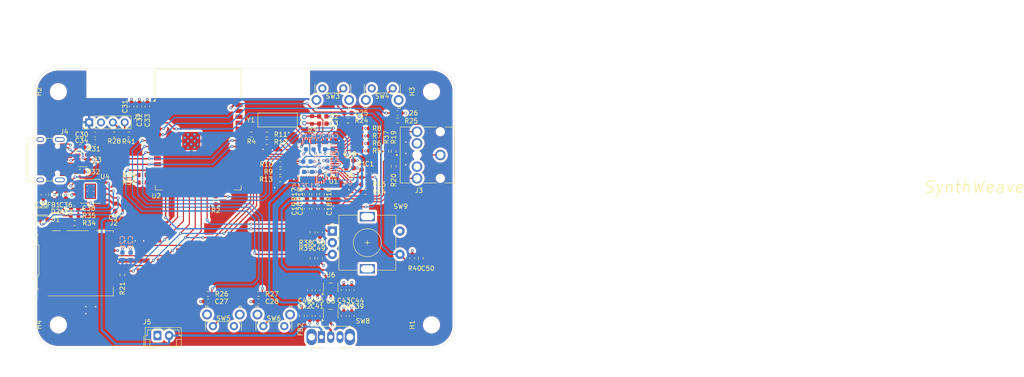
<source format=kicad_pcb>
(kicad_pcb (version 20241229) (generator "pcbnew") (generator_version "9.0")
  (layers (0 "F.Cu" jumper) (4 "In1.Cu" signal) (6 "In2.Cu" signal) (2 "B.Cu" signal) (13 "F.Paste" user) (15 "B.Paste" user) (5 "F.SilkS" user "F.Silkscreen") (7 "B.SilkS" user "B.Silkscreen") (1 "F.Mask" user) (3 "B.Mask" user) (25 "Edge.Cuts" user))
  (net 0 "")
  (net 1 "/SCLK")
  (net 2 "VDDA")
  (net 3 "+1V8")
  (net 4 "/GPIO1")
  (net 5 "/GPIO4")
  (net 6 "/GPIO3")
  (net 7 "GND")
  (net 8 "/XCS")
  (net 9 "Net-(U1-XTALOUT)")
  (net 10 "/GPIO2")
  (net 11 "+3V3")
  (net 12 "Net-(U1-XTALIN)")
  (net 13 "/RX")
  (net 14 "/MISO")
  (net 15 "/MOSI")
  (net 16 "/GPIO7")
  (net 17 "/DREQ")
  (net 19 "/MIC_N")
  (net 20 "/RIGHT")
  (net 21 "Net-(U1-RCAP)")
  (net 22 "/GBUF")
  (net 23 "/GPIO0")
  (net 25 "/LINE2")
  (net 26 "/GPIO6")
  (net 27 "/XDCS")
  (net 28 "/GPIO5")
  (net 29 "/LEFT")
  (net 30 "/MIC_P")
  (net 31 "/VS_RST")
  (net 33 "/VBUS")
  (net 35 "Net-(C18-Pad2)")
  (net 37 "Net-(C19-Pad2)")
  (net 45 "Net-(C20-Pad2)")
  (net 46 "/Button1")
  (net 47 "/EN")
  (net 48 "/Button2")
  (net 52 "/Button3")
  (net 53 "/Button4")
  (net 54 "/Rotary1")
  (net 55 "/Rotary2")
  (net 56 "/R_S")
  (net 57 "Net-(D1-A)")
  (net 58 "/VBUSF")
  (net 60 "/VBAT_CHG")
  (net 61 "Net-(D2-A)")
  (net 62 "/Disp_SDA")
  (net 65 "/Card_Det")
  (net 66 "/SD_CS")
  (net 69 "/VBAT_SYS")
  (net 70 "Net-(J4-CC1)")
  (net 71 "Net-(J4-CC2)")
  (net 72 "Net-(U4-PROG)")
  (net 73 "/DX-")
  (net 74 "/DX+")
  (net 75 "/D-")
  (net 76 "/D+")
  (net 77 "Net-(D2-K)")
  (net 78 "Net-(D1-K)")
  (net 79 "/BOOT")
  (net 82 "/Disp_SCL")
  (net 83 "/RIGHTA")
  (net 84 "/GBUFA")
  (net 85 "/LEFTA")
  (net 89 "/DOUT-")
  (net 90 "/DOUT+")
  (footprint "Resistor_SMD:R_0603_1608Metric" (layer "F.Cu") (at 105.575 95.1 180)
    (property "Reference" "R29")
    (property "Value" "0E")
  )
  (footprint "Package_SO:SOIC-8-1EP_3.9x4.9mm_P1.27mm_EP2.41x3.3mm_ThermalVias" (layer "F.Cu") (at 94.4 98.575)
    (property "Reference" "U4")
    (property "Value" "TP4056-42-ESOP8")
  )
  (footprint "Capacitor_SMD:C_0603_1608Metric" (layer "F.Cu") (at 143.6 112.925 90)
    (property "Reference" "C49")
    (property "Value" "10nF")
  )
  (footprint "MountingHole:MountingHole_3.2mm_M3" (layer "F.Cu") (at 167.51 77.21 90)
    (property "Reference" "H3")
    (property "Value" "MountingHole")
  )
  (footprint "Package_QFP:LQFP-48_7x7mm_P0.5mm" (layer "F.Cu") (at 142.4 91.9 180)
    (property "Reference" "U1")
    (property "Value" "VS1053B")
  )
  (footprint "Resistor_SMD:R_0603_1608Metric" (layer "F.Cu") (at 140.8 99.225 90)
    (property "Reference" "R17")
    (property "Value" "20E")
  )
  (footprint "Resistor_SMD:R_0603_1608Metric" (layer "F.Cu") (at 91 105.4 180)
    (property "Reference" "R34")
    (property "Value" "1K")
  )
  (footprint "Resistor_SMD:R_0603_1608Metric" (layer "F.Cu") (at 153.3 97.1)
    (property "Reference" "R15")
    (property "Value" "0E")
  )
  (footprint "LED_SMD:LED_0603_1608Metric" (layer "F.Cu") (at 84.4 102.9)
    (property "Reference" "D2")
    (property "Value" "LED")
  )
  (footprint "Resistor_SMD:R_0603_1608Metric" (layer "F.Cu") (at 153.3 89.9 180)
    (property "Reference" "R5")
    (property "Value" "100K")
  )
  (footprint "Resistor_SMD:R_0603_1608Metric" (layer "F.Cu") (at 128.9 86.4 180)
    (property "Reference" "R4")
    (property "Value" "100K")
  )
  (footprint "Capacitor_SMD:C_0603_1608Metric" (layer "F.Cu") (at 150 92 180)
    (property "Reference" "C10")
    (property "Value" "0.1uF")
  )
  (footprint "Package_TO_SOT_SMD:SOT-23-5" (layer "F.Cu") (at 145.9 124.8 90)
    (property "Reference" "U5")
    (property "Value" "XC6220B331MR")
  )
  (footprint "MountingHole:MountingHole_3.2mm_M3" (layer "F.Cu") (at 87.51 127.21 90)
    (property "Reference" "H4")
    (property "Value" "MountingHole")
  )
  (footprint "Resistor_SMD:R_0603_1608Metric" (layer "F.Cu") (at 157.8 90 -90)
    (property "Reference" "R37")
    (property "Value" "0E")
  )
  (footprint "Resistor_SMD:R_0603_1608Metric" (layer "F.Cu") (at 152.525 94.775 -90)
    (property "Reference" "R1")
    (property "Value" "100K")
  )
  (footprint "Resistor_SMD:R_0603_1608Metric" (layer "F.Cu") (at 135.1 94.4 180)
    (property "Reference" "R9")
    (property "Value" "100K")
  )
  (footprint "Capacitor_SMD:C_0603_1608Metric" (layer "F.Cu") (at 99.7 102 -90)
    (property "Reference" "C37")
    (property "Value" "10uF")
  )
  (footprint "Capacitor_SMD:C_0603_1608Metric" (layer "F.Cu") (at 141.4 119.8 -90)
    (property "Reference" "C46")
    (property "Value" "10uF")
  )
  (footprint "Resistor_SMD:R_0603_1608Metric" (layer "F.Cu") (at 142 107.425 -90)
    (property "Reference" "R38")
    (property "Value" "10K")
  )
  (footprint "MountingHole:MountingHole_3.2mm_M3" (layer "F.Cu") (at 87.51 77.21 90)
    (property "Reference" "H2")
    (property "Value" "MountingHole")
  )
  (footprint "Resistor_SMD:R_0603_1608Metric" (layer "F.Cu") (at 149.6 83.4)
    (property "Reference" "R24")
    (property "Value" "10K")
  )
  (footprint "Button_Switch_THT:SW_Tactile_SPST_Angled_PTS645Vx58-2LFS" (layer "F.Cu") (at 135.95 127.4875 180)
    (property "Reference" "SW6")
    (property "Value" "SW_Push")
  )
  (footprint "Resistor_SMD:R_0603_1608Metric" (layer "F.Cu") (at 144 99.225 90)
    (property "Reference" "R16")
    (property "Value" "20E")
  )
  (footprint "Capacitor_SMD:C_0603_1608Metric" (layer "F.Cu") (at 103.2 80.4 -90)
    (property "Reference" "C31")
    (property "Value" "10uF")
  )
  (footprint "Capacitor_SMD:C_0603_1608Metric" (layer "F.Cu") (at 163.4 112.925 -90)
    (property "Reference" "C50")
    (property "Value" "0.1uF")
  )
  (footprint "Rotary_Encoder:RotaryEncoder_Alps_EC11E-Switch_Vertical_H20mm" (layer "F.Cu") (at 146.25 107.1)
    (property "Reference" "SW9")
    (property "Value" "RotaryEncoder_Switch")
  )
  (footprint "Connector_Card:microSD_HC_Hirose_DM3AT-SF-PEJM5" (layer "F.Cu") (at 91.4 114 -90)
    (property "Reference" "J2")
    (property "Value" "Micro_SD_Card_Det1")
  )
  (footprint "Capacitor_SMD:C_0603_1608Metric" (layer "F.Cu") (at 160.225 81.8 180)
    (property "Reference" "C26")
    (property "Value" "0.1uF")
  )
  (footprint "Capacitor_SMD:C_0603_1608Metric" (layer "F.Cu") (at 119.6 122.2)
    (property "Reference" "C27")
    (property "Value" "0.1uF")
  )
  (footprint "Resistor_SMD:R_0603_1608Metric" (layer "F.Cu") (at 153.3 86.7 180)
    (property "Reference" "R7")
    (property "Value" "100K")
  )
  (footprint "Capacitor_SMD:C_0603_1608Metric" (layer "F.Cu") (at 143.1 125.3 -90)
    (property "Reference" "C41")
    (property "Value" "0.1uF")
  )
  (footprint "Capacitor_SMD:C_0603_1608Metric" (layer "F.Cu") (at 142.4 102.35 90)
    (property "Reference" "C20")
    (property "Value" "47nF")
  )
  (footprint "MountingHole:MountingHole_3.2mm_M3" (layer "F.Cu") (at 167.51 127.21 90)
    (property "Reference" "H1")
    (property "Value" "MountingHole")
  )
  (footprint "Capacitor_SMD:C_0603_1608Metric" (layer "F.Cu") (at 150.4 125.3 90)
    (property "Reference" "C39")
    (property "Value" "10uF")
  )
  (footprint "Capacitor_SMD:C_0603_1608Metric" (layer "F.Cu") (at 143.6 107.425 90)
    (property "Reference" "C48")
    (property "Value" "10nF")
  )
  (footprint "Resistor_SMD:R_0603_1608Metric" (layer "F.Cu") (at 132.2 86.4 180)
    (property "Reference" "R11")
    (property "Value" "100K")
  )
  (footprint "Capacitor_SMD:C_0603_1608Metric" (layer "F.Cu") (at 143.1 119.775 -90)
    (property "Reference" "C45")
    (property "Value" "0.1uF")
  )
  (footprint "Resistor_SMD:R_0603_1608Metric" (layer "F.Cu") (at 142 112.925 -90)
    (property "Reference" "R39")
    (property "Value" "10K")
  )
  (footprint "Connector_JST:JST_EH_B2B-EH-A_1x02_P2.50mm_Vertical" (layer "F.Cu") (at 108.75 129.5)
    (property "Reference" "J5")
    (property "Value" "Conn_01x02_Pin")
  )
  (footprint "Capacitor_SMD:C_0603_1608Metric" (layer "F.Cu") (at 95.4 86.4 180)
    (property "Reference" "C30")
    (property "Value" "0.1uF")
  )
  (footprint "Capacitor_SMD:C_0603_1608Metric" (layer "F.Cu") (at 144 102.35 90)
    (property "Reference" "C18")
    (property "Value" "10nF")
  )
  (footprint "Capacitor_SMD:C_0603_1608Metric" (layer "F.Cu") (at 141.4 125.3 -90)
    (property "Reference" "C42")
    (property "Value" "10uF")
  )
  (footprint "Connector_USB:USB_C_Receptacle_XKB_U262-16XN-4BVC11" (layer "F.Cu") (at 84.715 91.8 -90)
    (property "Reference" "J4")
    (property "Value" "USB_C_Receptacle_USB2.0_16P")
  )
  (footprint "Resistor_SMD:R_0603_1608Metric" (layer "F.Cu") (at 135.1 96 180)
    (property "Reference" "R13")
    (property "Value" "100K")
  )
  (footprint "Package_TO_SOT_SMD:SOT-23-5" (layer "F.Cu") (at 145.9 119.1625 90)
    (property "Reference" "U6")
    (property "Value" "AP2112K-1.8")
  )
  (footprint "Button_Switch_THT:SW_Tactile_SPST_Angled_PTS645Vx58-2LFS" (layer "F.Cu") (at 154.7 76.5125)
    (property "Reference" "SW4")
    (property "Value" "SW_Push")
  )
  (footprint "Resistor_SMD:R_0603_1608Metric" (layer "F.Cu") (at 130.4 120.6 180)
    (property "Reference" "R27")
    (property "Value" "10K")
  )
  (footprint "Capacitor_SMD:C_0603_1608Metric" (layer "F.Cu") (at 154.125 94.775 90)
    (property "Reference" "C1")
    (property "Value" "0.1uF")
  )
  (footprint "Resistor_SMD:R_0603_1608Metric" (layer "F.Cu") (at 153.3 88.3 180)
    (property "Reference" "R6")
    (property "Value" "100K")
  )
  (footprint "Capacitor_SMD:C_0603_1608Metric" (layer "F.Cu") (at 144.2 84.075)
    (property "Reference" "C3")
    (property "Value" "33pF")
  )
  (footprint "Capacitor_SMD:C_0603_1608Metric" (layer "F.Cu") (at 130.4 122.2)
    (property "Reference" "C28")
    (property "Value" "0.1uF")
  )
  (footprint "Button_Switch_THT:SW_Tactile_SPST_Angled_PTS645Vx58-2LFS" (layer "F.Cu") (at 144.1 76.5125)
    (property "Reference" "SW3")
    (property "Value" "SW_Push")
  )
  (footprint "Resistor_SMD:R_0603_1608Metric" (layer "F.Cu") (at 119.6 120.6 180)
    (property "Reference" "R26")
    (property "Value" "10K")
  )
  (footprint "Capacitor_SMD:C_0603_1608Metric" (layer "F.Cu") (at 148.7 119.775 90)
    (property "Reference" "C43")
    (property "Value" "0.1uF")
  )
  (footprint "Button_Switch_THT:SW_Slide_SPDT_Angled_CK_OS102011MA1Q" (layer "F.Cu") (at 143.9 129.81)
    (property "Reference" "SW8")
    (property "Value" "SW_SPDT")
  )
  (footprint "Resistor_SMD:R_0603_1608Metric" (layer "F.Cu") (at 135.1 92.8 180)
    (property "Reference" "R10")
    (property "Value" "100K")
  )
  (footprint "Capacitor_SMD:C_0603_1608Metric" (layer "F.Cu") (at 91 102.2 180)
    (property "Reference" "C38")
    (property "Value" "10uF")
  )
  (footprint "Resistor_SMD:R_0603_1608Metric" (layer "F.Cu") (at 153.325 98.7)
    (property "Reference" "R14")
    (property "Value" "0E")
  )
  (footprint "Resistor_SMD:R_0603_1608Metric" (layer "F.Cu") (at 91 103.8 180)
    (property "Reference" "R35")
    (property "Value" "1K")
  )
  (footprint "Resistor_SMD:R_0603_1608Metric" (layer "F.Cu") (at 159.4 93.2 90)
    (property "Reference" "R20")
    (property "Value" "0E")
  )
  (footprint "Resistor_SMD:R_0603_1608Metric" (layer "F.Cu") (at 139.7 125.3 90)
    (property "Reference" "FB2")
    (property "Value" "120E")
  )
  (footprint "Resistor_SMD:R_0603_1608Metric" (layer "F.Cu") (at 121.25 100.5 90)
    (property "Reference" "R2")
    (property "Value" "100K")
  )
  (footprint "Capacitor_SMD:C_0603_1608Metric" (layer "F.Cu") (at 87.5 99.3 90)
    (property "Reference" "C36")
    (property "Value" "10uF")
  )
  (footprint "RF_Module:ESP32-S3-WROOM-1" (layer "F.Cu") (at 117.5 85.34)
    (property "Reference" "U2")
    (property "Value" "ESP32-S3-WROOM-1")
  )
  (footprint "Capacitor_SMD:C_0603_1608Metric" (layer "F.Cu") (at 140.8 102.35 90)
    (property "Reference" "C19")
    (property "Value" "10nF")
  )
  (footprint "Package_TO_SOT_SMD:SOT-23-6" (layer "F.Cu") (at 92.7375 91.75)
    (property "Reference" "U3")
    (property "Value" "USBLC6-2SC6")
  )
  (footprint "Resistor_SMD:R_0603_1608Metric" (layer "F.Cu") (at 92.1 94.4)
    (property "Reference" "R32")
    (property "Value" "5.1K")
  )
  (footprint "Capacitor_SMD:C_0603_1608Metric" (layer "F.Cu") (at 144.2 82.525)
    (property "Reference" "C2")
    (property "Value" "33pF")
  )
  (footprint "Resistor_SMD:R_0603_1608Metric" (layer "F.Cu") (at 99.5 86.4 180)
    (property "Reference" "R28")
    (property "Value" "10K")
  )
  (footprint "LED_SMD:LED_0603_1608Metric" (layer "F.Cu") (at 84.4 104.6)
    (property "Reference" "D1")
    (property "Value" "LED")
  )
  (footprint "Button_Switch_THT:SW_Tactile_SPST_Angled_PTS645Vx58-2LFS" (layer "F.Cu") (at 125.15 127.4875 180)
    (property "Reference" "SW5")
    (property "Value" "SW_Push")
  )
  (footprint "GlobalFP:CUI_SJ1-3545N" (layer "F.Cu") (at 169.4 90.8 180)
    (property "Reference" "J3")
    (property "Value" "SJ1-3545N")
  )
  (footprint "Capacitor_SMD:C_0603_1608Metric" (layer "F.Cu") (at 104.9 80.4 -90)
    (property "Reference" "C32")
    (property "Value" "1uF")
  )
  (footprint "Resistor_SMD:R_0603_1608Metric" (layer "F.Cu") (at 105.575 96.7 180)
    (property "Reference" "R30")
    (property "Value" "0E")
  )
  (footprint "Capacitor_SMD:C_0603_1608Metric" (layer "F.Cu") (at 106.6 80.4 -90)
    (property "Reference" "C33")
    (property "Value" "0.1uF")
  )
  (footprint "Resistor_SMD:R_0603_1608Metric" (layer "F.Cu") (at 85.9 99.3 -90)
    (property "Reference" "FB1")
    (property "Value" "120E")
  )
  (footprint "Resistor_SMD:R_0603_1608Metric" (layer "F.Cu") (at 132.2 88)
    (property "Reference" "R12")
    (property "Value" "100K")
  )
  (footprint "Resistor_SMD:R_0603_1608Metric" (layer "F.Cu") (at 159.4 90 90)
    (property "Reference" "R19")
    (property "Value" "0E")
  )
  (footprint "Resistor_SMD:R_0603_1608Metric" (layer "F.Cu") (at 142.4 99.225 90)
    (property "Reference" "R18")
    (property "Value" "10E")
  )
  (footprint "Capacitor_SMD:C_0603_1608Metric" (layer "F.Cu") (at 149.6 81.8 180)
    (property "Reference" "C25")
    (property "Value" "0.1uF")
  )
  (footprint "Resistor_SMD:R_0603_1608Metric" (layer "F.Cu") (at 101.25 116.5 -90)
    (property "Reference" "R21")
    (property "Value" "10K")
  )
  (footprint "Resistor_SMD:R_0603_1608Metric" (layer "F.Cu") (at 89.1 99.3 90)
    (property "Reference" "R33")
    (property "Value" "2K")
  )
  (footprint "Resistor_SMD:R_0603_1608Metric" (layer "F.Cu") (at 92.2 89.1)
    (property "Reference" "R31")
    (property "Value" "5.1K")
  )
  (footprint "Resistor_SMD:R_0603_1608Metric" (layer "F.Cu") (at 160.225 83.4)
    (property "Reference" "R25")
    (property "Value" "10K")
  )
  (footprint "Capacitor_SMD:C_0603_1608Metric" (layer "F.Cu") (at 150.4 119.775 90)
    (property "Reference" "C44")
    (property "Value" "10uF")
  )
  (footprint "Resistor_SMD:R_0603_1608Metric" (layer "F.Cu") (at 153.3 85.1 180)
    (property "Reference" "R8")
    (property "Value" "100K")
  )
  (footprint "Capacitor_SMD:C_0603_1608Metric" (layer "F.Cu") (at 84.3 99.3 -90)
    (property "Reference" "C35")
    (property "Value" "10uF")
  )
  (footprint "GlobalFP:XTAL_AB308-12.288MHZ" (layer "F.Cu") (at 140.265 83.3)
    (property "Reference" "Y1")
    (property "Value" "AB308-12.288MHZ")
  )
  (footprint "Capacitor_SMD:C_0603_1608Metric" (layer "F.Cu") (at 150 93.6 180)
    (property "Reference" "C6")
    (property "Value" "0.1uF")
  )
  (footprint "Capacitor_SMD:C_0603_1608Metric" (layer "F.Cu") (at 148.7 125.3 90)
    (property "Reference" "C40")
    (property "Value" "0.1uF")
  )
  (footprint "Capacitor_SMD:C_0603_1608Metric" (layer "F.Cu") (at 95.4 88 180)
    (property "Reference" "C34")
    (property "Value" "10uF")
  )
  (footprint "Connector_PinHeader_2.54mm:PinHeader_1x04_P2.54mm_Vertical" (layer "F.Cu") (at 94.12 83.8 90)
    (property "Reference" "J1")
    (property "Value" "Conn_01x04_Pin")
  )
  (footprint "Resistor_SMD:R_0603_1608Metric" (layer "F.Cu") (at 102.6 86.4)
    (property "Reference" "R41")
    (property "Value" "10K")
  )
  (footprint "Resistor_SMD:R_0603_1608Metric" (layer "F.Cu") (at 141.9 83.3 -90)
    (property "Reference" "R3")
    (property "Value" "1M")
  )
  (footprint "Resistor_SMD:R_0603_1608Metric" (layer "F.Cu") (at 165.2 112.925 90)
    (property "Reference" "R40")
    (property "Value" "10K")
  )
  (footprint "Capacitor_SMD:C_0603_1608Metric" (layer "B.Cu") (at 103 112.5 -90)
    (property "Reference" "C22")
    (property "Value" "10uF")
  )
  (footprint "Capacitor_SMD:C_0603_1608Metric" (layer "B.Cu") (at 144.7 88.8 90)
    (property "Reference" "C7")
    (property "Value" "0.1uF")
  )
  (footprint "Capacitor_SMD:C_0603_1608Metric" (layer "B.Cu") (at 143.6 95.2 90)
    (property "Reference" "C4")
    (property "Value" "1uF")
  )
  (footprint "Capacitor_SMD:C_0603_1608Metric" (layer "B.Cu") (at 142.2 88.8 90)
    (property "Reference" "C8")
    (property "Value" "0.1uF")
  )
  (footprint "Capacitor_SMD:C_0603_1608Metric" (layer "B.Cu") (at 145.975 92)
    (property "Reference" "C9")
    (property "Value" "10uF")
  )
  (footprint "Capacitor_SMD:C_0603_1608Metric" (layer "B.Cu") (at 140.2 95.2 -90)
    (property "Reference" "C15")
    (property "Value" "0.1uF")
  )
  (footprint "Capacitor_SMD:C_0603_1608Metric" (layer "B.Cu") (at 145.6 95.925 -90)
    (property "Reference" "C14")
    (property "Value" "10uF")
  )
  (footprint "Capacitor_SMD:C_0603_1608Metric" (layer "B.Cu") (at 141.9 95.2 -90)
    (property "Reference" "C17")
    (property "Value" "0.1uF")
  )
  (footprint "Capacitor_SMD:C_0603_1608Metric" (layer "B.Cu") (at 145.975 93.6)
    (property "Reference" "C12")
    (property "Value" "0.1uF")
  )
  (footprint "Capacitor_SMD:C_0603_1608Metric" (layer "B.Cu") (at 147.2 95.925 -90)
    (property "Reference" "C16")
    (property "Value" "0.1uF")
  )
  (footprint "Capacitor_SMD:C_0603_1608Metric" (layer "B.Cu") (at 140.8 92.2 180)
    (property "Reference" "C11")
    (property "Value" "0.1uF")
  )
  (footprint "Capacitor_SMD:C_0603_1608Metric" (layer "B.Cu") (at 140.6 88.775 90)
    (property "Reference" "C13")
    (property "Value" "0.1uF")
  )
  (footprint "Capacitor_SMD:C_0603_1608Metric" (layer "B.Cu") (at 146.4 88.8 90)
    (property "Reference" "C5")
    (property "Value" "10uF")
  )
  (footprint "Capacitor_SMD:C_0603_1608Metric" (layer "B.Cu") (at 101.25 112.5 -90)
    (property "Reference" "C21")
    (property "Value" "0.1uF")
  )
  (gr_arc (start 82.51 77.21) (mid 83.974466 73.674466) (end 87.51 72.21) (stroke (width 0.05)) (layer "Edge.Cuts"))
  (gr_line (start 82.51 127.21) (end 82.51 77.21) (stroke (width 0.05)) (layer "Edge.Cuts"))
  (gr_line (start 87.51 72.21) (end 167.51 72.21) (stroke (width 0.05)) (layer "Edge.Cuts"))
  (gr_line (start 172.51 77.21) (end 172.51 127.21) (stroke (width 0.05)) (layer "Edge.Cuts"))
  (gr_arc (start 167.51 72.21) (mid 171.045534 73.674466) (end 172.51 77.21) (stroke (width 0.05)) (layer "Edge.Cuts"))
  (gr_line (start 167.51 132.21) (end 87.51 132.21) (stroke (width 0.05)) (layer "Edge.Cuts"))
  (gr_arc (start 87.51 132.21) (mid 83.974466 130.745534) (end 82.51 127.21) (stroke (width 0.05)) (layer "Edge.Cuts"))
  (gr_arc (start 172.51 127.21) (mid 171.045534 130.745534) (end 167.51 132.21) (stroke (width 0.05)) (layer "Edge.Cuts"))
  (gr_text "SynthWeave" (at 272.9 99.1 0) (layer "F.SilkS") (effects (font (size 2.5 2.5) (thickness 0.2) (bold yes) (italic yes)) (justify left bottom)))
  (segment (start 112 111.25) (end 110.875 112.375) (width 0.25) (layer "F.Cu") (net 1))
  (segment (start 128.75 100.75) (end 128.75 92.25) (width 0.25) (layer "F.Cu") (net 1))
  (segment (start 121 108.5) (end 128.75 100.75) (width 0.25) (layer "F.Cu") (net 1))
  (segment (start 114.75 108.5) (end 116.865 106.385) (width 0.25) (layer "F.Cu") (net 1))
  (segment (start 130.349999 90.650001) (end 138.2375 90.650001) (width 0.25) (layer "F.Cu") (net 1))
  (segment (start 118.5 108.5) (end 121 108.5) (width 0.25) (layer "F.Cu") (net 1))
  (segment (start 116.865 106.385) (end 116.865 97.84) (width 0.25) (layer "F.Cu") (net 1))
  (segment (start 110.875 112.375) (end 99.125 112.375) (width 0.25) (layer "F.Cu") (net 1))
  (segment (start 128.75 92.25) (end 130.349999 90.650001) (width 0.25) (layer "F.Cu") (net 1))
  (via (at 118.5 108.5) (size 0.6) (drill 0.3) (layers "F.Cu" "B.Cu") (net 1))
  (via (at 114.75 108.5) (size 0.6) (drill 0.3) (layers "F.Cu" "B.Cu") (net 1))
  (via (at 112 111.25) (size 0.6) (drill 0.3) (layers "F.Cu" "B.Cu") (net 1))
  (segment (start 112 111.25) (end 114.75 108.5) (width 0.25) (layer "B.Cu") (net 1))
  (segment (start 114.75 108.5) (end 118.5 108.5) (width 0.25) (layer "B.Cu") (net 1))
  (segment (start 140.15 97.25) (end 140 97.4) (width 0.25) (layer "F.Cu") (net 2))
  (segment (start 142.65 97.192815) (end 142.65 96.0625) (width 0.25) (layer "F.Cu") (net 2))
  (segment (start 143.41777 97.268158) (end 143.649999 97.035929) (width 0.3) (layer "F.Cu") (net 2))
  (segment (start 150.8 94.975) (end 151.5 94.975) (width 0.25) (layer "F.Cu") (net 2))
  (segment (start 143.649999 97.035929) (end 143.649999 96.0625) (width 0.3) (layer "F.Cu") (net 2))
  (segment (start 151.5 94.975) (end 152.525 93.95) (width 0.25) (layer "F.Cu") (net 2))
  (segment (start 140.15 96.0625) (end 140.15 97.25) (width 0.25) (layer "F.Cu") (net 2))
  (segment (start 139.7 123.2) (end 139.7 124.475) (width 0.45) (layer "F.Cu") (net 2))
  (segment (start 139.6 123.1) (end 139.7 123.2) (width 0.45) (layer "F.Cu") (net 2))
  (segment (start 142.67468 97.20879) (end 142.665975 97.20879) (width 0.25) (layer "F.Cu") (net 2))
  (segment (start 142.665975 97.20879) (end 142.65 97.192815) (width 0.25) (layer "F.Cu") (net 2))
  (via (at 140 97.4) (size 0.6) (drill 0.3) (layers "F.Cu" "B.Cu") (net 2))
  (via (at 139.6 123.1) (size 0.6) (drill 0.3) (layers "F.Cu" "B.Cu") (net 2))
  (via (at 142.67468 97.20879) (size 0.6) (drill 0.3) (layers "F.Cu" "B.Cu") (net 2))
  (via (at 150.8 94.975) (size 0.6) (drill 0.3) (layers "F.Cu" "B.Cu") (net 2))
  (via (at 143.41777 97.268158) (size 0.6) (drill 0.3) (layers "F.Cu" "B.Cu") (net 2))
  (segment (start 135.1 122.4) (end 132.7 120) (width 0.45) (layer "B.Cu") (net 2))
  (segment (start 150.8 94.975) (end 150.8 96) (width 0.25) (layer "B.Cu") (net 2))
  (segment (start 147.7 96.2) (end 150.6 96.2) (width 0.25) (layer "B.Cu") (net 2))
  (segment (start 142.19306 97.409589) (end 141.9 97.116529) (width 0.25) (layer "B.Cu") (net 2))
  (segment (start 137 96.8) (end 139.6 96.8) (width 0.45) (layer "B.Cu") (net 2))
  (segment (start 150.6 96.2) (end 150.8 96) (width 0.25) (layer "B.Cu") (net 2))
  (segment (start 132.7 120) (end 132.7 101.1) (width 0.45) (layer "B.Cu") (net 2))
  (segment (start 147.2 96.7) (end 147.7 96.2) (width 0.25) (layer "B.Cu") (net 2))
  (segment (start 132.7 101.1) (end 137 96.8) (width 0.45) (layer "B.Cu") (net 2))
  (segment (start 142.67468 97.20879) (end 142.67468 97.210609) (width 0.25) (layer "B.Cu") (net 2))
  (segment (start 138.9 122.4) (end 135.1 122.4) (width 0.45) (layer "B.Cu") (net 2))
  (segment (start 143.41777 97.268158) (end 145.031842 97.268158) (width 0.3) (layer "B.Cu") (net 2))
  (segment (start 145.031842 97.268158) (end 145.6 96.7) (width 0.3) (layer "B.Cu") (net 2))
  (segment (start 142.67468 97.210609) (end 142.4757 97.409589) (width 0.25) (layer "B.Cu") (net 2))
  (segment (start 142.4757 97.409589) (end 142.19306 97.409589) (width 0.25) (layer "B.Cu") (net 2))
  (segment (start 140.2 97.2) (end 140.2 95.975) (width 0.25) (layer "B.Cu") (net 2))
  (segment (start 139.6 123.1) (end 138.9 122.4) (width 0.45) (layer "B.Cu") (net 2))
  (segment (start 141.9 97.116529) (end 141.9 95.975) (width 0.25) (layer "B.Cu") (net 2))
  (segment (start 140 97.4) (end 140.2 97.2) (width 0.25) (layer "B.Cu") (net 2))
  (segment (start 138.2375 92.15) (end 139.289675 92.15) (width 0.25) (layer "F.Cu") (net 3))
  (segment (start 144.2 119) (end 144.95 118.25) (width 0.45) (layer "F.Cu") (net 3))
  (segment (start 146.5625 92.65) (end 147.65 92.65) (width 0.25) (layer "F.Cu") (net 3))
  (segment (start 148.25 91.65) (end 148.6 92) (width 0.25) (layer "F.Cu") (net 3))
  (segment (start 141.425 119) (end 141.4 119.025) (width 0.45) (layer "F.Cu") (net 3))
  (segment (start 148.6 92) (end 149.225 92) (width 0.25) (layer "F.Cu") (net 3))
  (segment (start 144.95 118.025) (end 144.95 116.85) (width 0.45) (layer "F.Cu") (net 3))
  (segment (start 139.65 88.95) (end 139.6 89) (width 0.25) (layer "F.Cu") (net 3))
  (segment (start 150.7 91) (end 150.4 91) (width 0.25) (layer "F.Cu") (net 3))
  (segment (start 144.95 118.25) (end 144.95 118.025) (width 0.45) (layer "F.Cu") (net 3))
  (segment (start 143.1 119) (end 141.425 119) (width 0.45) (layer "F.Cu") (net 3))
  (segment (start 147.65 92.65) (end 147.8 92.8) (width 0.25) (layer "F.Cu") (net 3))
  (segment (start 139.65 87.7375) (end 139.65 88.95) (width 0.25) (layer "F.Cu") (net 3))
  (segment (start 139.289675 92.15) (end 139.321618 92.181943) (width 0.25) (layer "F.Cu") (net 3))
  (segment (start 150.4 91) (end 149.4 92) (width 0.25) (layer "F.Cu") (net 3))
  (segment (start 144.95 116.85) (end 144.5 116.4) (width 0.45) (layer "F.Cu") (net 3))
  (segment (start 146.5625 91.65) (end 148.25 91.65) (width 0.25) (layer "F.Cu") (net 3))
  (segment (start 143.1 119) (end 144.2 119) (width 0.45) (layer "F.Cu") (net 3))
  (via (at 139.321618 92.181943) (size 0.6) (drill 0.3) (layers "F.Cu" "B.Cu") (net 3))
  (via (at 144.5 116.4) (size 0.6) (drill 0.3) (layers "F.Cu" "B.Cu") (net 3))
  (via (at 150.7 91) (size 0.6) (drill 0.3) (layers "F.Cu" "B.Cu") (net 3))
  (via (at 139.6 89) (size 0.6) (drill 0.3) (layers "F.Cu" "B.Cu") (net 3))
  (via (at 147.8 92.8) (size 0.6) (drill 0.3) (layers "F.Cu" "B.Cu") (net 3))
  (segment (start 149.9 94.3) (end 150.7 93.5) (width 0.25) (layer "B.Cu") (net 3))
  (segment (start 152.6 91.8) (end 152.6 97.6) (width 0.45) (layer "B.Cu") (net 3))
  (segment (start 141.4 88.5) (end 141.4 90.5) (width 0.25) (layer "B.Cu") (net 3))
  (segment (start 148.001 94.3) (end 149.9 94.3) (width 0.25) (layer "B.Cu") (net 3))
  (segment (start 140.9 88) (end 141.4 88.5) (width 0.25) (layer "B.Cu") (net 3))
  (segment (start 149.6 100.6) (end 137.2 100.6) (width 0.45) (layer "B.Cu") (net 3))
  (segment (start 140.6 91.1) (end 141.5 91.1) (width 0.25) (layer "B.Cu") (net 3))
  (segment (start 146.75 93.6) (end 147.45 94.3) (width 0.25) (layer "B.Cu") (net 3))
  (segment (start 140.006943 91.693057) (end 140.6 91.1) (width 0.25) (layer "B.Cu") (net 3))
  (segment (start 140.6 88) (end 140.9 88) (width 0.25) (layer "B.Cu") (net 3))
  (segment (start 146.75 91.45) (end 146.75 92) (width 0.25) (layer "B.Cu") (net 3))
  (segment (start 150.7 91) (end 151.8 91) (width 0.45) (layer "B.Cu") (net 3))
  (segment (start 152.6 97.6) (end 149.6 100.6) (width 0.45) (layer "B.Cu") (net 3))
  (segment (start 151.8 91) (end 152.6 91.8) (width 0.45) (layer "B.Cu") (net 3))
  (segment (start 141.5 91.1) (end 142 91.1) (width 0.25) (layer "B.Cu") (net 3))
  (segment (start 146.95 93.4) (end 146.75 93.6) (width 0.25) (layer "B.Cu") (net 3))
  (segment (start 142 91.1) (end 146.4 91.1) (width 0.25) (layer "B.Cu") (net 3))
  (segment (start 147.45 94.3) (end 148.001 94.3) (width 0.25) (layer "B.Cu") (net 3))
  (segment (start 136.5 115.3) (end 143.4 115.3) (width 0.45) (layer "B.Cu") (net 3))
  (segment (start 139.321618 92.181943) (end 140.006943 92.181943) (width 0.25) (layer "B.Cu") (net 3))
  (segment (start 141.4 90.5) (end 142 91.1) (width 0.25) (layer "B.Cu") (net 3))
  (segment (start 137.2 100.6) (end 135.4 102.4) (width 0.45) (layer "B.Cu") (net 3))
  (segment (start 140.006943 92.181943) (end 140.006943 91.693057) (width 0.25) (layer "B.Cu") (net 3))
  (segment (start 135.4 114.2) (end 136.5 115.3) (width 0.45) (layer "B.Cu") (net 3))
  (segment (start 139.6 89) (end 140.6 88) (width 0.25) (layer "B.Cu") (net 3))
  (segment (start 146.4 91.1) (end 146.75 91.45) (width 0.25) (layer "B.Cu") (net 3))
  (segment (start 135.4 102.4) (end 135.4 114.2) (width 0.45) (layer "B.Cu") (net 3))
  (segment (start 147.8 92.8) (end 147.8 93) (width 0.25) (layer "B.Cu") (net 3))
  (segment (start 140.006943 92.181943) (end 140.025 92.2) (width 0.25) (layer "B.Cu") (net 3))
  (segment (start 150.7 93.5) (end 150.7 91) (width 0.25) (layer "B.Cu") (net 3))
  (segment (start 147.8 93) (end 147.4 93.4) (width 0.25) (layer "B.Cu") (net 3))
  (segment (start 146.75 92) (end 146.75 93.6) (width 0.25) (layer "B.Cu") (net 3))
  (segment (start 147.4 93.4) (end 146.95 93.4) (width 0.25) (layer "B.Cu") (net 3))
  (segment (start 143.4 115.3) (end 144.5 116.4) (width 0.45) (layer "B.Cu") (net 3))
  (segment (start 136.6 94.4) (end 135.925 94.4) (width 0.25) (layer "F.Cu") (net 4))
  (segment (start 138.2375 93.65) (end 137.35 93.65) (width 0.25) (layer "F.Cu") (net 4))
  (segment (start 137.35 93.65) (end 136.6 94.4) (width 0.25) (layer "F.Cu") (net 4))
  (segment (start 136.2 96) (end 135.925 96) (width 0.25) (layer "F.Cu") (net 5))
  (segment (start 138.2375 94.65) (end 137.55 94.65) (width 0.25) (layer "F.Cu") (net 5))
  (segment (start 137.55 94.65) (end 136.2 96) (width 0.25) (layer "F.Cu") (net 5))
  (segment (start 150.1 88.3) (end 152.475 88.3) (width 0.25) (layer "F.Cu") (net 6))
  (segment (start 148.25 90.15) (end 150.1 88.3) (width 0.25) (layer "F.Cu") (net 6))
  (segment (start 146.5625 90.15) (end 148.25 90.15) (width 0.25) (layer "F.Cu") (net 6))
  (segment (start 152 82.479) (end 151.979 82.479) (width 0.3) (layer "F.Cu") (net 7))
  (segment (start 89.1 100.125) (end 89.1 99.4) (width 0.3) (layer "F.Cu") (net 7))
  (segment (start 154.125 85.1) (end 153.4 85.1) (width 0.3) (layer "F.Cu") (net 7))
  (segment (start 118.825 122.2) (end 118 122.2) (width 0.45) (layer "F.Cu") (net 7))
  (segment (start 163.4 112.15) (end 163.4 111.3) (width 0.25) (layer "F.Cu") (net 7))
  (segment (start 89.85 88.45) (end 90.1 88.7) (width 0.25) (layer "F.Cu") (net 7))
  (segment (start 93.025 89.1) (end 93.8 89.1) (width 0.25) (layer "F.Cu") (net 7))
  (segment (start 148.7 119) (end 148.7 118.1) (width 0.45) (layer "F.Cu") (net 7))
  (segment (start 92.925 94.4) (end 93.7 94.4) (width 0.25) (layer "F.Cu") (net 7))
  (segment (start 154.125 86.7) (end 153.375 86.7) (width 0.3) (layer "F.Cu") (net 7))
  (segment (start 146.3 127.3) (end 145.9 126.9) (width 0.45) (layer "F.Cu") (net 7))
  (segment (start 143.1 126.875) (end 143.1 126.075) (width 0.25) (layer "F.Cu") (net 7))
  (segment (start 143.1 120.55) (end 143.1 121.4) (width 0.45) (layer "F.Cu") (net 7))
  (segment (start 126.25 80.08) (end 125.12 80.08) (width 0.45) (layer "F.Cu") (net 7))
  (segment (start 145.9 126.9) (end 145.9 125.9375) (width 0.45) (layer "F.Cu") (net 7))
  (segment (start 91.925 96.67) (end 90.93 96.67) (width 0.25) (layer "F.Cu") (net 7))
  (segment (start 100.175 111.275) (end 100.2 111.3) (width 0.25) (layer "F.Cu") (net 7))
  (segment (start 154.125 88.3) (end 153.4 88.3) (width 0.3) (layer "F.Cu") (net 7))
  (segment (start 154.125 89.9) (end 153.4 89.9) (width 0.3) (layer "F.Cu") (net 7))
  (segment (start 91.925 99.21) (end 90.59 99.21) (width 0.45) (layer "F.Cu") (net 7))
  (segment (start 150.4 119) (end 150.4 118.1) (width 0.45) (layer "F.Cu") (net 7))
  (segment (start 103.2 79.625) (end 103.2 78.89) (width 0.3) (layer "F.Cu") (net 7))
  (segment (start 141.4 120.575) (end 141.4 121.4) (width 0.45) (layer "F.Cu") (net 7))
  (segment (start 91.6 91.75) (end 90.75 91.75) (width 0.25) (layer "F.Cu") (net 7))
  (segment (start 99.7 103.6) (end 99.70962 103.60962) (width 0.3) (layer "F.Cu") (net 7))
  (segment (start 150.4 124.525) (end 150.4 123.6) (width 0.45) (layer "F.Cu") (net 7))
  (segment (start 145.8 82.525) (end 144.975 82.525) (width 0.25) (layer "F.Cu") (net 7))
  (segment (start 150.775 92) (end 151.6 92) (width 0.3) (layer "F.Cu") (net 7))
  (segment (start 151.3 81.8) (end 150.375 81.8) (width 0.3) (layer "F.Cu") (net 7))
  (segment (start 104.9 79.625) (end 104.9 78.89) (width 0.3) (layer "F.Cu") (net 7))
  (segment (start 129.625 122.2) (end 128.8 122.2) (width 0.45) (layer "F.Cu") (net 7))
  (segment (start 108.75 80.08) (end 107.78 80.08) (width 0.3) (layer "F.Cu") (net 7))
  (segment (start 143.6 113.7) (end 144.4 114.5) (width 0.3) (layer "F.Cu") (net 7))
  (segment (start 99.125 111.275) (end 100.175 111.275) (width 0.25) (layer "F.Cu") (net 7))
  (segment (start 87.475 98.525) (end 86.7 99.3) (width 0.3) (layer "F.Cu") (net 7))
  (segment (start 90.75 91.75) (end 90.575 91.925) (width 0.25) (layer "F.Cu") (net 7))
  (segment (start 141.4 126.075) (end 141.4 126.875) (width 0.25) (layer "F.Cu") (net 7))
  (segment (start 90.93 96.67) (end 90.2 97.4) (width 0.25) (layer "F.Cu") (net 7))
  (segment (start 90.59 99.21) (end 90.4 99.4) (width 0.45) (layer "F.Cu") (net 7))
  (segment (start 87.5 98.525) (end 87.475 98.525) (width 0.3) (layer "F.Cu") (net 7))
  (segment (start 150.775 93.6) (end 151.558815 93.6) (width 0.3) (layer "F.Cu") (net 7))
  (segment (start 143.6 108.2) (end 143.6 109) (width 0.3) (layer "F.Cu") (net 7))
  (segment (start 161 81.8) (end 161.9 81.8) (width 0.3) (layer "F.Cu") (net 7))
  (segment (start 106.6 79.625) (end 106.6 78.89) (width 0.3) (layer "F.Cu") (net 7))
  (segment (start 148.7 124.525) (end 148.7 123.6) (width 0.45) (layer "F.Cu") (net 7))
  (segment (start 88.385 88.45) (end 89.85 88.45) (width 0.25) (layer "F.Cu") (net 7))
  (segment (start 145.8 84.1) (end 145.775 84.075) (width 0.25) (layer "F.Cu") (net 7))
  (segment (start 145.775 84.075) (end 144.975 84.075) (width 0.25) (layer "F.Cu") (net 7))
  (segment (start 84.3 100.075) (end 84.3 100.9) (width 0.3) (layer "F.Cu") (net 7))
  (segment (start 107.325 79.625) (end 106.6 79.625) (width 0.3) (layer "F.Cu") (net 7))
  (segment (start 107.78 80.08) (end 107.325 79.625) (width 0.3) (layer "F.Cu") (net 7))
  (segment (start 90.575 91.925) (end 90.19725 91.925) (width 0.25) (layer "F.Cu") (net 7))
  (segment (start 151.558815 93.6) (end 151.567937 93.590878) (width 0.3) (layer "F.Cu") (net 7))
  (segment (start 99.7 102.775) (end 99.7 103.6) (width 0.3) (layer "F.Cu") (net 7))
  (segment (start 145.9 120.3) (end 145.9 121.5) (width 0.45) (layer "F.Cu") (net 7))
  (segment (start 151.979 82.479) (end 151.3 81.8) (width 0.3) (layer "F.Cu") (net 7))
  (segment (start 125.12 80.08) (end 124.5 80.7) (width 0.45) (layer "F.Cu") (net 7))
  (via (at 143.1 121.4) (size 0.6) (drill 0.3) (layers "F.Cu" "B.Cu") (net 7))
  (via (at 89.1 99.4) (size 0.6) (drill 0.3) (layers "F.Cu" "B.Cu") (net 7))
  (via (at 100.2 111.3) (size 0.6) (drill 0.3) (layers "F.Cu" "B.Cu") (net 7))
  (via (at 145.9 121.5) (size 0.6) (drill 0.3) (layers "F.Cu" "B.Cu") (net 7))
  (via (at 152 82.479) (size 0.6) (drill 0.3) (layers "F.Cu" "B.Cu") (net 7))
  (via (at 90.2 97.4) (size 0.6) (drill 0.3) (layers "F.Cu" "B.Cu") (net 7))
  (via (at 93.7 94.4) (size 0.6) (drill 0.3) (layers "F.Cu" "B.Cu") (net 7))
  (via (at 141.4 121.4) (size 0.6) (drill 0.3) (layers "F.Cu" "B.Cu") (net 7))
  (via (at 104.9 78.89) (size 0.6) (drill 0.3) (layers "F.Cu" "B.Cu") (net 7))
  (via (at 144.4 114.5) (size 0.6) (drill 0.3) (layers "F.Cu" "B.Cu") (net 7))
  (via (at 144.4 92) (size 0.6) (drill 0.3) (layers "F.Cu" "B.Cu") (net 7))
  (via (at 84.3 100.9) (size 0.6) (drill 0.3) (layers "F.Cu" "B.Cu") (net 7))
  (via (at 150.4 123.6) (size 0.6) (drill 0.3) (layers "F.Cu" "B.Cu") (net 7))
  (via (at 106.6 78.89) (size 0.6) (drill 0.3) (layers "F.Cu" "B.Cu") (net 7))
  (via (at 146.3 127.3) (size 0.6) (drill 0.3) (layers "F.Cu" "B.Cu") (net 7))
  (via (at 141.4 126.875) (size 0.6) (drill 0.3) (layers "F.Cu" "B.Cu") (net 7))
  (via (at 103.2 78.89) (size 0.6) (drill 0.3) (layers "F.Cu" "B.Cu") (net 7))
  (via (at 128.8 122.2) (size 0.6) (drill 0.3) (layers "F.Cu" "B.Cu") (net 7))
  (via (at 144.7 90.475) (size 0.6) (drill 0.3) (layers "F.Cu" "B.Cu") (net 7))
  (via (at 90.19725 91.925) (size 0.6) (drill 0.3) (layers "F.Cu" "B.Cu") (net 7))
  (via (at 143.6 93.6) (size 0.6) (drill 0.3) (layers "F.Cu" "B.Cu") (net 7))
  (via (at 142.4 92.2) (size 0.6) (drill 0.3) (layers "F.Cu" "B.Cu") (net 7))
  (via (at 93.8 89.1) (size 0.6) (drill 0.3) (layers "F.Cu" "B.Cu") (net 7))
  (via (at 153.4 85.1) (size 0.6) (drill 0.3) (layers "F.Cu" "B.Cu") (net 7))
  (via (at 124.5 80.7) (size 0.6) (drill 0.3) (layers "F.Cu" "B.Cu") (net 7))
  (via (at 143.6 109) (size 0.6) (drill 0.3) (layers "F.Cu" "B.Cu") (net 7))
  (via (at 153.4 88.3) (size 0.6) (drill 0.3) (layers "F.Cu" "B.Cu") (net 7))
  (via (at 148.7 123.6) (size 0.6) (drill 0.3) (layers "F.Cu" "B.Cu") (net 7))
  (via (at 161.9 81.8) (size 0.6) (drill 0.3) (layers "F.Cu" "B.Cu") (net 7))
  (via (at 103 110.95) (size 0.6) (drill 0.3) (layers "F.Cu" "B.Cu") (net 7))
  (via (at 145.8 82.525) (size 0.6) (drill 0.3) (layers "F.Cu" "B.Cu") (net 7))
  (via (at 143.1 126.875) (size 0.6) (drill 0.3) (layers "F.Cu" "B.Cu") (net 7))
  (via (at 101.25 110.95) (size 0.6) (drill 0.3) (layers "F.Cu" "B.Cu") (net 7))
  (via (at 90.4 99.4) (size 0.6) (drill 0.3) (layers "F.Cu" "B.Cu") (net 7))
  (via (at 153.4 89.9) (size 0.6) (drill 0.3) (layers "F.Cu" "B.Cu") (net 7))
  (via (at 151.567937 93.590878) (size 0.6) (drill 0.3) (layers "F.Cu" "B.Cu") (net 7))
  (via (at 140.1 90.6) (size 0.6) (drill 0.3) (layers "F.Cu" "B.Cu") (net 7))
  (via (at 145.8 84.1) (size 0.6) (drill 0.3) (layers "F.Cu" "B.Cu") (net 7))
  (via (at 150.4 118.1) (size 0.6) (drill 0.3) (layers "F.Cu" "B.Cu") (net 7))
  (via (at 118 122.2) (size 0.6) (drill 0.3) (layers "F.Cu" "B.Cu") (net 7))
  (via (at 144.4 93.6) (size 0.6) (drill 0.3) (layers "F.Cu" "B.Cu") (net 7))
  (via (at 153.375 86.7) (size 0.6) (drill 0.3) (layers "F.Cu" "B.Cu") (net 7))
  (via (at 142.6 90.4) (size 0.6) (drill 0.3) (layers "F.Cu" "B.Cu") (net 7))
  (via (at 142.7 94.4) (size 0.6) (drill 0.3) (layers "F.Cu" "B.Cu") (net 7))
  (via (at 151.6 92) (size 0.6) (drill 0.3) (layers "F.Cu" "B.Cu") (net 7))
  (via (at 90.1 88.7) (size 0.6) (drill 0.3) (layers "F.Cu" "B.Cu") (net 7))
  (via (at 163.4 111.3) (size 0.6) (drill 0.3) (layers "F.Cu" "B.Cu") (net 7))
  (via (at 86.7 99.3) (size 0.6) (drill 0.3) (layers "F.Cu" "B.Cu") (net 7))
  (via (at 148.7 118.1) (size 0.6) (drill 0.3) (layers "F.Cu" "B.Cu") (net 7))
  (via (at 99.70962 103.60962) (size 0.6) (drill 0.3) (layers "F.Cu" "B.Cu") (net 7))
  (via (at 141 94.4) (size 0.6) (drill 0.3) (layers "F.Cu" "B.Cu") (net 7))
  (segment (start 146.4 89.575) (end 144.7 89.575) (width 0.25) (layer "B.Cu") (net 7))
  (segment (start 142.2 89.575) (end 142.2 90) (width 0.25) (layer "B.Cu") (net 7))
  (segment (start 141.575 92.2) (end 142.4 92.2) (width 0.25) (layer "B.Cu") (net 7))
  (segment (start 140.6 89.55) (end 140.6 90.1) (width 0.25) (layer "B.Cu") (net 7))
  (segment (start 142.2 90) (end 142.6 90.4) (width 0.25) (layer "B.Cu") (net 7))
  (segment (start 103 111.725) (end 103 110.95) (width 0.25) (layer "B.Cu") (net 7))
  (segment (start 143.6 94.425) (end 143.6 93.6) (width 0.25) (layer "B.Cu") (net 7))
  (segment (start 101.25 110.95) (end 101.25 111.725) (width 0.25) (layer "B.Cu") (net 7))
  (segment (start 145.2 93.6) (end 144.4 93.6) (width 0.25) (layer "B.Cu") (net 7))
  (segment (start 144.7 89.575) (end 144.7 90.475) (width 0.25) (layer "B.Cu") (net 7))
  (segment (start 140.6 90.1) (end 140.1 90.6) (width 0.25) (layer "B.Cu") (net 7))
  (segment (start 145.2 92) (end 144.4 92) (width 0.25) (layer "B.Cu") (net 7))
  (segment (start 140.2 94.425) (end 140.975 94.425) (width 0.25) (layer "B.Cu") (net 7))
  (segment (start 140.975 94.425) (end 141 94.4) (width 0.25) (layer "B.Cu") (net 7))
  (segment (start 142.675 94.425) (end 141.9 94.425) (width 0.25) (layer "B.Cu") (net 7))
  (segment (start 142.7 94.4) (end 142.675 94.425) (width 0.25) (layer "B.Cu") (net 7))
  (segment (start 140.15 86.9) (end 138.45 85.2) (width 0.25) (layer "F.Cu") (net 8))
  (segment (start 128.6 85.2) (end 128.075 85.725) (width 0.25) (layer "F.Cu") (net 8))
  (segment (start 138.45 85.2) (end 128.6 85.2) (width 0.25) (layer "F.Cu") (net 8))
  (segment (start 128.075 86.4) (end 126.28 86.4) (width 0.25) (layer "F.Cu") (net 8))
  (segment (start 128.075 85.725) (end 128.075 86.4) (width 0.25) (layer "F.Cu") (net 8))
  (segment (start 126.28 86.4) (end 126.25 86.43) (width 0.25) (layer "F.Cu") (net 8))
  (segment (start 140.15 87.7375) (end 140.15 86.9) (width 0.25) (layer "F.Cu") (net 8))
  (segment (start 144.2 83.3) (end 143.425 82.525) (width 0.25) (layer "F.Cu") (net 9))
  (segment (start 141.9 82.475) (end 140.44 82.475) (width 0.25) (layer "F.Cu") (net 9))
  (segment (start 143.15 87.7375) (end 143.15 86.85) (width 0.25) (layer "F.Cu") (net 9))
  (segment (start 143.15 86.85) (end 144.2 85.8) (width 0.25) (layer "F.Cu") (net 9))
  (segment (start 141.95 82.525) (end 141.9 82.475) (width 0.25) (layer "F.Cu") (net 9))
  (segment (start 144.2 85.8) (end 144.2 83.3) (width 0.25) (layer "F.Cu") (net 9))
  (segment (start 143.425 82.525) (end 141.95 82.525) (width 0.25) (layer "F.Cu") (net 9))
  (segment (start 140.44 82.475) (end 140.265 82.65) (width 0.25) (layer "F.Cu") (net 9))
  (segment (start 149.4 89.8) (end 152.375 89.8) (width 0.25) (layer "F.Cu") (net 10))
  (segment (start 148.549999 90.650001) (end 149.4 89.8) (width 0.25) (layer "F.Cu") (net 10))
  (segment (start 146.5625 90.650001) (end 148.549999 90.650001) (width 0.25) (layer "F.Cu") (net 10))
  (segment (start 152.375 89.8) (end 152.475 89.9) (width 0.25) (layer "F.Cu") (net 10))
  (segment (start 139.7 125.84084) (end 139.7 126.125) (width 0.45) (layer "F.Cu") (net 11))
  (segment (start 149.225 93.325) (end 149.225 93.4) (width 0.25) (layer "F.Cu") (net 11))
  (segment (start 141.01584 124.525) (end 139.7 125.84084) (width 0.45) (layer "F.Cu") (net 11))
  (segment (start 99.15 113.5) (end 99.125 113.475) (width 0.3) (layer "F.Cu") (net 11))
  (segment (start 144.417344 86.531695) (end 144.467858 86.531695) (width 0.25) (layer "F.Cu") (net 11))
  (segment (start 146.5625 92.15) (end 148.05 92.15) (width 0.25) (layer "F.Cu") (net 11))
  (segment (start 142 86.573125) (end 142.15 86.723125) (width 0.25) (layer "F.Cu") (net 11))
  (segment (start 147.1 120.55) (end 150.4 120.55) (width 0.45) (layer "F.Cu") (net 11))
  (segment (start 148.05 92.15) (end 149.225 93.325) (width 0.25) (layer "F.Cu") (net 11))
  (segment (start 144.467858 86.531695) (end 144.65 86.713837) (width 0.25) (layer "F.Cu") (net 11))
  (segment (start 141.4 124.525) (end 141.01584 124.525) (width 0.45) (layer "F.Cu") (net 11))
  (segment (start 144.65 86.713837) (end 144.65 87.7375) (width 0.25) (layer "F.Cu") (net 11))
  (segment (start 142.15 86.723125) (end 142.15 87.7375) (width 0.25) (layer "F.Cu") (net 11))
  (segment (start 143.1 124.1) (end 143.5375 123.6625) (width 0.45) (layer "F.Cu") (net 11))
  (segment (start 144.95 119.55) (end 145.3 119.2) (width 0.45) (layer "F.Cu") (net 11))
  (segment (start 100.25 113.5) (end 99.15 113.5) (width 0.3) (layer "F.Cu") (net 11))
  (segment (start 141.4 124.525) (end 143.1 124.525) (width 0.45) (layer "F.Cu") (net 11))
  (segment (start 144.95 123.6625) (end 144.95 120.3) (width 0.45) (layer "F.Cu") (net 11))
  (segment (start 142 86.4) (end 142 86.573125) (width 0.25) (layer "F.Cu") (net 11))
  (segment (start 146.85 119.65) (end 146.85 120.3) (width 0.45) (layer "F.Cu") (net 11))
  (segment (start 145.3 119.2) (end 146.4 119.2) (width 0.45) (layer "F.Cu") (net 11))
  (segment (start 144.95 120.3) (end 144.95 119.55) (width 0.45) (layer "F.Cu") (net 11))
  (segment (start 143.5375 123.6625) (end 144.95 123.6625) (width 0.45) (layer "F.Cu") (net 11))
  (segment (start 143.1 124.525) (end 143.1 124.1) (width 0.45) (layer "F.Cu") (net 11))
  (segment (start 146.4 119.2) (end 146.85 119.65) (width 0.45) (layer "F.Cu") (net 11))
  (segment (start 146.85 120.3) (end 147.1 120.55) (width 0.45) (layer "F.Cu") (net 11))
  (via (at 162 88) (size 0.6) (drill 0.3) (layers "F.Cu" "B.Cu") (net 11))
  (via (at 147.7 87.7) (size 0.6) (drill 0.3) (layers "F.Cu" "B.Cu") (net 11))
  (via (at 105.8 109.2) (size 0.6) (drill 0.3) (layers "F.Cu" "B.Cu") (net 11))
  (via (at 93.4 123.3) (size 0.6) (drill 0.3) (layers "F.Cu" "B.Cu") (net 11))
  (via (at 144.417344 86.531695) (size 0.6) (drill 0.3) (layers "F.Cu" "B.Cu") (net 11))
  (via (at 100.25 113.5) (size 0.6) (drill 0.3) (layers "F.Cu" "B.Cu") (net 11))
  (via (at 149.8 98.2) (size 0.6) (drill 0.3) (layers "F.Cu" "B.Cu") (net 11))
  (via (at 146.5 101.8) (size 0.6) (drill 0.3) (layers "F.Cu" "B.Cu") (net 11))
  (via (at 133.9 97.8) (size 0.6) (drill 0.3) (layers "F.Cu" "B.Cu") (net 11))
  (via (at 162 92.9) (size 0.6) (drill 0.3) (layers "F.Cu" "B.Cu") (net 11))
  (via (at 136 86.8) (size 0.6) (drill 0.3) (layers "F.Cu" "B.Cu") (net 11))
  (via (at 133.4 89.7) (size 0.6) (drill 0.3) (layers "F.Cu" "B.Cu") (net 11))
  (via (at 93.4 124.8) (size 0.6) (drill 0.3) (layers "F.Cu" "B.Cu") (net 11))
  (via (at 148.7 97.2) (size 0.6) (drill 0.3) (layers "F.Cu" "B.Cu") (net 11))
  (via (at 104 109.2) (size 0.6) (drill 0.3) (layers "F.Cu" "B.Cu") (net 11))
  (via (at 146.4 86.8) (size 0.6) (drill 0.3) (layers "F.Cu" "B.Cu") (net 11))
  (via (at 136.9 86) (size 0.6) (drill 0.3) (layers "F.Cu" "B.Cu") (net 11))
  (via (at 101.8 109.2) (size 0.6) (drill 0.3) (layers "F.Cu" "B.Cu") (net 11))
  (via (at 138 96) (size 0.6) (drill 0.3) (layers "F.Cu" "B.Cu") (net 11))
  (via (at 142 86.4) (size 0.6) (drill 0.3) (layers "F.Cu" "B.Cu") (net 11))
  (via (at 162 90.45) (size 0.6) (drill 0.3) (layers "F.Cu" "B.Cu") (net 11))
  (via (at 131.4 89.6) (size 0.6) (drill 0.3) (layers "F.Cu" "B.Cu") (net 11))
  (via (at 95.5 123.3) (size 0.6) (drill 0.3) (layers "F.Cu" "B.Cu") (net 11))
  (segment (start 100.475 113.275) (end 100.25 113.5) (width 0.25) (layer "B.Cu") (net 11))
  (segment (start 142 86.473125) (end 142.2 86.673125) (width 0.25) (layer "B.Cu") (net 11))
  (segment (start 144.417344 86.531695) (end 144.7 86.814351) (width 0.25) (layer "B.Cu") (net 11))
  (segment (start 142 86.4) (end 142 86.473125) (width 0.25) (layer "B.Cu") (net 11))
  (segment (start 103 113.275) (end 101.25 113.275) (width 0.25) (layer "B.Cu") (net 11))
  (segment (start 142.2 86.673125) (end 142.2 88.025) (width 0.25) (layer "B.Cu") (net 11))
  (segment (start 144.7 86.814351) (end 144.7 88.025) (width 0.25) (layer "B.Cu") (net 11))
  (segment (start 101.25 113.275) (end 100.475 113.275) (width 0.25) (layer "B.Cu") (net 11))
  (segment (start 141.725 83.95) (end 141.9 84.125) (width 0.25) (layer "F.Cu") (net 12))
  (segment (start 140.265 83.95) (end 141.725 83.95) (width 0.25) (layer "F.Cu") (net 12))
  (segment (start 143.425 85.775) (end 142.65 86.55) (width 0.25) (layer "F.Cu") (net 12))
  (segment (start 143.375 84.125) (end 143.425 84.075) (width 0.25) (layer "F.Cu") (net 12))
  (segment (start 143.425 84.075) (end 143.425 85.775) (width 0.25) (layer "F.Cu") (net 12))
  (segment (start 142.65 86.55) (end 142.65 87.7375) (width 0.25) (layer "F.Cu") (net 12))
  (segment (start 141.9 84.125) (end 143.375 84.125) (width 0.25) (layer "F.Cu") (net 12))
  (segment (start 133.025 88) (end 134.8 88) (width 0.25) (layer "F.Cu") (net 13))
  (segment (start 136.45 89.65) (end 138.2375 89.65) (width 0.25) (layer "F.Cu") (net 13))
  (segment (start 134.8 88) (end 136.45 89.65) (width 0.25) (layer "F.Cu") (net 13))
  (segment (start 115.075 110.175) (end 121.525 110.175) (width 0.25) (layer "F.Cu") (net 14))
  (segment (start 115.075 110.175) (end 118.135 107.115) (width 0.25) (layer "F.Cu") (net 14))
  (segment (start 130 101.7) (end 130 93) (width 0.25) (layer "F.Cu") (net 14))
  (segment (start 131.35 91.65) (end 138.2375 91.65) (width 0.25) (layer "F.Cu") (net 14))
  (segment (start 118.135 107.115) (end 118.135 97.84) (width 0.25) (layer "F.Cu") (net 14))
  (segment (start 99.125 110.175) (end 115.075 110.175) (width 0.25) (layer "F.Cu") (net 14))
  (segment (start 130 93) (end 131.35 91.65) (width 0.25) (layer "F.Cu") (net 14))
  (segment (start 121.525 110.175) (end 130 101.7) (width 0.25) (layer "F.Cu") (net 14))
  (segment (start 113.7 107.6) (end 113.7 107.55) (width 0.25) (layer "F.Cu") (net 15))
  (segment (start 99.2 114.5) (end 99.125 114.575) (width 0.25) (layer "F.Cu") (net 15))
  (segment (start 129.35 92.65) (end 130.85 91.15) (width 0.25) (layer "F.Cu") (net 15))
  (segment (start 130.85 91.15) (end 138.2375 91.15) (width 0.25) (layer "F.Cu") (net 15))
  (segment (start 107.875 113.375) (end 106.75 114.5) (width 0.25) (layer "F.Cu") (net 15))
  (segment (start 129.35 101.25) (end 129.35 92.65) (width 0.25) (layer "F.Cu") (net 15))
  (segment (start 113.7 107.55) (end 115.595 105.655) (width 0.25) (layer "F.Cu") (net 15))
  (segment (start 123 107.6) (end 129.35 101.25) (width 0.25) (layer "F.Cu") (net 15))
  (segment (start 106.75 114.5) (end 99.2 114.5) (width 0.25) (layer "F.Cu") (net 15))
  (segment (start 115.595 105.655) (end 115.595 97.84) (width 0.25) (layer "F.Cu") (net 15))
  (via (at 113.7 107.6) (size 0.6) (drill 0.3) (layers "F.Cu" "B.Cu") (net 15))
  (via (at 107.875 113.375) (size 0.6) (drill 0.3) (layers "F.Cu" "B.Cu") (net 15))
  (via (at 123 107.6) (size 0.6) (drill 0.3) (layers "F.Cu" "B.Cu") (net 15))
  (segment (start 123 107.6) (end 113.7 107.6) (width 0.25) (layer "B.Cu") (net 15))
  (segment (start 113.7 107.6) (end 107.925 113.375) (width 0.25) (layer "B.Cu") (net 15))
  (segment (start 107.925 113.375) (end 107.875 113.375) (width 0.25) (layer "B.Cu") (net 15))
  (segment (start 146.5625 89.15) (end 147.65 89.15) (width 0.25) (layer "F.Cu") (net 16))
  (segment (start 151.7 85.1) (end 152.475 85.1) (width 0.25) (layer "F.Cu") (net 16))
  (segment (start 147.65 89.15) (end 151.7 85.1) (width 0.25) (layer "F.Cu") (net 16))
  (segment (start 149.1 91.15) (end 149.5 90.75) (width 0.25) (layer "F.Cu") (net 17))
  (segment (start 106.26 90.24) (end 108.75 90.24) (width 0.25) (layer "F.Cu") (net 17))
  (segment (start 146.5625 91.15) (end 149.1 91.15) (width 0.25) (layer "F.Cu") (net 17))
  (via (at 106.26 90.24) (size 0.6) (drill 0.3) (layers "F.Cu" "B.Cu") (net 17))
  (via (at 149.5 90.75) (size 0.6) (drill 0.3) (layers "F.Cu" "B.Cu") (net 17))
  (segment (start 106.26 90.24) (end 105.6 90.9) (width 0.25) (layer "B.Cu") (net 17))
  (segment (start 131.5 100.5) (end 132.75 99.25) (width 0.25) (layer "B.Cu") (net 17))
  (segment (start 106.9 100.5) (end 131.5 100.5) (width 0.25) (layer "B.Cu") (net 17))
  (segment (start 105.6 99.2) (end 106.9 100.5) (width 0.25) (layer "B.Cu") (net 17))
  (segment (start 105.6 90.9) (end 105.6 99.2) (width 0.25) (layer "B.Cu") (net 17))
  (segment (start 132.75 99.25) (end 132.75 92.75) (width 0.25) (layer "B.Cu") (net 17))
  (segment (start 147.75 85.75) (end 149.5 87.5) (width 0.25) (layer "B.Cu") (net 17))
  (segment (start 132.75 92.75) (end 139.75 85.75) (width 0.25) (layer "B.Cu") (net 17))
  (segment (start 149.5 87.5) (end 149.5 90.75) (width 0.25) (layer "B.Cu") (net 17))
  (segment (start 139.75 85.75) (end 147.75 85.75) (width 0.25) (layer "B.Cu") (net 17))
  (segment (start 147.75 94.15) (end 150.7 97.1) (width 0.25) (layer "F.Cu") (net 19))
  (segment (start 150.7 97.1) (end 152.475 97.1) (width 0.25) (layer "F.Cu") (net 19))
  (segment (start 146.5625 94.15) (end 147.75 94.15) (width 0.25) (layer "F.Cu") (net 19))
  (segment (start 140.8 98.4) (end 139.8 98.4) (width 0.25) (layer "F.Cu") (net 20))
  (segment (start 157.8 93.2) (end 158.625 92.375) (width 0.25) (layer "F.Cu") (net 20))
  (segment (start 145.4 104.4) (end 149 100.8) (width 0.25) (layer "F.Cu") (net 20))
  (segment (start 139.2 103.6) (end 140 104.4) (width 0.25) (layer "F.Cu") (net 20))
  (segment (start 140 104.4) (end 145.4 104.4) (width 0.25) (layer "F.Cu") (net 20))
  (segment (start 139.8 98.4) (end 139.2 99) (width 0.25) (layer "F.Cu") (net 20))
  (segment (start 156.8 100.8) (end 157.8 99.8) (width 0.25) (layer "F.Cu") (net 20))
  (segment (start 157.8 99.8) (end 157.8 93.2) (width 0.25) (layer "F.Cu") (net 20))
  (segment (start 158.625 92.375) (end 159.4 92.375) (width 0.25) (layer "F.Cu") (net 20))
  (segment (start 140.65 96.0625) (end 140.65 97.45) (width 0.25) (layer "F.Cu") (net 20))
  (segment (start 140.8 97.6) (end 140.8 98.4) (width 0.25) (layer "F.Cu") (net 20))
  (segment (start 149 100.8) (end 156.8 100.8) (width 0.25) (layer "F.Cu") (net 20))
  (segment (start 139.2 99) (end 139.2 103.6) (width 0.25) (layer "F.Cu") (net 20))
  (segment (start 140.65 97.45) (end 140.8 97.6) (width 0.25) (layer "F.Cu") (net 20))
  (segment (start 143.6 94.8) (end 143.15 95.25) (width 0.25) (layer "F.Cu") (net 21))
  (segment (start 143.15 95.25) (end 143.15 96.0625) (width 0.25) (layer "F.Cu") (net 21))
  (segment (start 144.6 94.8) (end 143.6 94.8) (width 0.25) (layer "F.Cu") (net 21))
  (via (at 144.6 94.8) (size 0.6) (drill 0.3) (layers "F.Cu" "B.Cu") (net 21))
  (segment (start 144.6 94.8) (end 144.6 95.6) (width 0.25) (layer "B.Cu") (net 21))
  (segment (start 144.225 95.975) (end 143.6 95.975) (width 0.25) (layer "B.Cu") (net 21))
  (segment (start 144.6 95.6) (end 144.225 95.975) (width 0.25) (layer "B.Cu") (net 21))
  (segment (start 142.15 96.869178) (end 142 97.019178) (width 0.25) (layer "F.Cu") (net 22))
  (segment (start 156.4 100.2) (end 149 100.2) (width 0.25) (layer "F.Cu") (net 22))
  (segment (start 148 99.2) (end 142.8 99.2) (width 0.25) (layer "F.Cu") (net 22))
  (segment (start 142.4 98.2) (end 142.4 98.4) (width 0.25) (layer "F.Cu") (net 22))
  (segment (start 157.8 91.6) (end 157.2 92.2) (width 0.25) (layer "F.Cu") (net 22))
  (segment (start 142 97.019178) (end 142 97.8) (width 0.25) (layer "F.Cu") (net 22))
  (segment (start 142 97.8) (end 142.4 98.2) (width 0.25) (layer "F.Cu") (net 22))
  (segment (start 157.2 99.4) (end 156.4 100.2) (width 0.25) (layer "F.Cu") (net 22))
  (segment (start 142.8 99.2) (end 142.4 98.8) (width 0.25) (layer "F.Cu") (net 22))
  (segment (start 142.4 98.8) (end 142.4 98.4) (width 0.25) (layer "F.Cu") (net 22))
  (segment (start 157.8 90.825) (end 157.8 91.6) (width 0.25) (layer "F.Cu") (net 22))
  (segment (start 149 100.2) (end 148 99.2) (width 0.25) (layer "F.Cu") (net 22))
  (segment (start 157.2 92.2) (end 157.2 99.4) (width 0.25) (layer "F.Cu") (net 22))
  (segment (start 142.15 96.0625) (end 142.15 96.869178) (width 0.25) (layer "F.Cu") (net 22))
  (segment (start 137.149999 93.149999) (end 136.8 92.8) (width 0.25) (layer "F.Cu") (net 23))
  (segment (start 138.2375 93.149999) (end 137.149999 93.149999) (width 0.25) (layer "F.Cu") (net 23))
  (segment (start 136.8 92.8) (end 135.925 92.8) (width 0.25) (layer "F.Cu") (net 23))
  (segment (start 150.9 86.7) (end 152.475 86.7) (width 0.25) (layer "F.Cu") (net 26))
  (segment (start 147.95 89.65) (end 150.9 86.7) (width 0.25) (layer "F.Cu") (net 26))
  (segment (start 146.5625 89.65) (end 147.95 89.65) (width 0.25) (layer "F.Cu") (net 26))
  (segment (start 121.25 99.675) (end 123.875 99.675) (width 0.25) (layer "F.Cu") (net 27))
  (segment (start 145.15 86.35) (end 145.15 87.7375) (width 0.25) (layer "F.Cu") (net 27))
  (segment (start 146.5 85) (end 145.15 86.35) (width 0.25) (layer "F.Cu") (net 27))
  (segment (start 120.675 99.1) (end 121.25 99.675) (width 0.25) (layer "F.Cu") (net 27))
  (segment (start 120.675 97.84) (end 120.675 99.1) (width 0.25) (layer "F.Cu") (net 27))
  (via (at 146.5 85) (size 0.6) (drill 0.3) (layers "F.Cu" "B.Cu") (net 27))
  (via (at 123.875 99.675) (size 0.6) (drill 0.3) (layers "F.Cu" "B.Cu") (net 27))
  (segment (start 132 92.5) (end 132 99) (width 0.25) (layer "B.Cu") (net 27))
  (segment (start 123.95 99.75) (end 123.875 99.675) (width 0.25) (layer "B.Cu") (net 27))
  (segment (start 131.25 99.75) (end 123.95 99.75) (width 0.25) (layer "B.Cu") (net 27))
  (segment (start 139.5 85) (end 132 92.5) (width 0.25) (layer "B.Cu") (net 27))
  (segment (start 132 99) (end 131.25 99.75) (width 0.25) (layer "B.Cu") (net 27))
  (segment (start 146.5 85) (end 139.5 85) (width 0.25) (layer "B.Cu") (net 27))
  (segment (start 138.2375 89.15) (end 137.35 89.15) (width 0.25) (layer "F.Cu") (net 28))
  (segment (start 134.6 86.4) (end 133.025 86.4) (width 0.25) (layer "F.Cu") (net 28))
  (segment (start 137.35 89.15) (end 134.6 86.4) (width 0.25) (layer "F.Cu") (net 28))
  (segment (start 144.15 97.45) (end 144 97.6) (width 0.25) (layer "F.Cu") (net 29))
  (segment (start 159.4 89.4) (end 159.4 89.175) (width 0.25) (layer "F.Cu") (net 29))
  (segment (start 156.6 99.2) (end 156.6 90.4) (width 0.25) (layer "F.Cu") (net 29))
  (segment (start 149.4 99.6) (end 156.2 99.6) (width 0.25) (layer "F.Cu") (net 29))
  (segment (start 156.2 99.6) (end 156.6 99.2) (width 0.25) (layer "F.Cu") (net 29))
  (segment (start 148.2 98.4) (end 149.4 99.6) (width 0.25) (layer "F.Cu") (net 29))
  (segment (start 157 90) (end 158.8 90) (width 0.25) (layer "F.Cu") (net 29))
  (segment (start 156.6 90.4) (end 157 90) (width 0.25) (layer "F.Cu") (net 29))
  (segment (start 144 98.4) (end 148.2 98.4) (width 0.25) (layer "F.Cu") (net 29))
  (segment (start 158.8 90) (end 159.4 89.4) (width 0.25) (layer "F.Cu") (net 29))
  (segment (start 144.15 96.0625) (end 144.15 97.45) (width 0.25) (layer "F.Cu") (net 29))
  (segment (start 144 97.6) (end 144 98.4) (width 0.25) (layer "F.Cu") (net 29))
  (segment (start 151.6 98.7) (end 152.5 98.7) (width 0.25) (layer "F.Cu") (net 30))
  (segment (start 147.55 94.65) (end 151.6 98.7) (width 0.25) (layer "F.Cu") (net 30))
  (segment (start 146.5625 94.65) (end 147.55 94.65) (width 0.25) (layer "F.Cu") (net 30))
  (segment (start 145.583058 105.616942) (end 149.3 101.9) (width 0.25) (layer "F.Cu") (net 31))
  (segment (start 147.95 93.65) (end 149.9 95.6) (width 0.25) (layer "F.Cu") (net 31))
  (segment (start 149.9 95.6) (end 152.525 95.6) (width 0.25) (layer "F.Cu") (net 31))
  (segment (start 152.525 95.6) (end 154.075 95.6) (width 0.25) (layer "F.Cu") (net 31))
  (segment (start 119.405 104.695) (end 119.405 97.84) (width 0.25) (layer "F.Cu") (net 31))
  (segment (start 146.5625 93.65) (end 147.95 93.65) (width 0.25) (layer "F.Cu") (net 31))
  (segment (start 155.35 95.55) (end 154.125 95.55) (width 0.25) (layer "F.Cu") (net 31))
  (segment (start 128.8 105.616942) (end 145.583058 105.616942) (width 0.25) (layer "F.Cu") (net 31))
  (segment (start 119.4 104.7) (end 119.405 104.695) (width 0.25) (layer "F.Cu") (net 31))
  (segment (start 149.3 101.9) (end 153.4 101.9) (width 0.25) (layer "F.Cu") (net 31))
  (segment (start 154.075 95.6) (end 154.125 95.55) (width 0.25) (layer "F.Cu") (net 31))
  (via (at 119.4 104.7) (size 0.6) (drill 0.3) (layers "F.Cu" "B.Cu") (net 31))
  (via (at 155.35 95.55) (size 0.6) (drill 0.3) (layers "F.Cu" "B.Cu") (net 31))
  (via (at 128.8 105.616942) (size 0.6) (drill 0.3) (layers "F.Cu" "B.Cu") (net 31))
  (via (at 153.4 101.9) (size 0.6) (drill 0.3) (layers "F.Cu" "B.Cu") (net 31))
  (segment (start 155.35 95.55) (end 155.8 96) (width 0.25) (layer "B.Cu") (net 31))
  (segment (start 128.8 105.616942) (end 120.116942 105.616942) (width 0.25) (layer "B.Cu") (net 31))
  (segment (start 155.8 101) (end 154.9 101.9) (width 0.25) (layer "B.Cu") (net 31))
  (segment (start 155.8 96) (end 155.8 101) (width 0.25) (layer "B.Cu") (net 31))
  (segment (start 154.9 101.9) (end 153.4 101.9) (width 0.25) (layer "B.Cu") (net 31))
  (segment (start 119.4 104.9) (end 119.4 104.7) (width 0.25) (layer "B.Cu") (net 31))
  (segment (start 120.116942 105.616942) (end 119.4 104.9) (width 0.25) (layer "B.Cu") (net 31))
  (segment (start 93.15 91.75) (end 92.8 91.4) (width 0.25) (layer "F.Cu") (net 33))
  (segment (start 93.875 91.75) (end 93.15 91.75) (width 0.25) (layer "F.Cu") (net 33))
  (segment (start 87.671364 94.05) (end 88.385 94.05) (width 0.25) (layer "F.Cu") (net 33))
  (segment (start 86.9 90.3) (end 86.9 93.278636) (width 0.25) (layer "F.Cu") (net 33))
  (segment (start 91.1 95.5) (end 89.2 97.4) (width 0.25) (layer "F.Cu") (net 33))
  (segment (start 85.85 98.525) (end 85.9 98.475) (width 0.25) (layer "F.Cu") (net 33))
  (segment (start 84.3 97.8) (end 84.3 98.525) (width 0.25) (layer "F.Cu") (net 33))
  (segment (start 87.65 89.55) (end 86.9 90.3) (width 0.25) (layer "F.Cu") (net 33))
  (segment (start 86.9 93.278636) (end 87.671364 94.05) (width 0.25) (layer "F.Cu") (net 33))
  (segment (start 88.385 89.25) (end 89.65 89.25) (width 0.25) (layer "F.Cu") (net 33))
  (segment (start 88.385 89.55) (end 87.65 89.55) (width 0.25) (layer "F.Cu") (net 33))
  (segment (start 94.95 91.75) (end 93.875 91.75) (width 0.25) (layer "F.Cu") (net 33))
  (segment (start 84.3 98.525) (end 85.85 98.525) (width 0.25) (layer "F.Cu") (net 33))
  (segment (start 94.960111 91.760111) (end 94.95 91.75) (width 0.25) (layer "F.Cu") (net 33))
  (segment (start 84.7 97.4) (end 84.3 97.8) (width 0.25) (layer "F.Cu") (net 33))
  (segment (start 89.65 89.25) (end 90 89.6) (width 0.25) (layer "F.Cu") (net 33))
  (segment (start 89.2 97.4) (end 84.7 97.4) (width 0.25) (layer "F.Cu") (net 33))
  (via (at 92.8 91.4) (size 0.6) (drill 0.3) (layers "F.Cu" "B.Cu") (net 33))
  (via (at 90 89.6) (size 0.6) (drill 0.3) (layers "F.Cu" "B.Cu") (net 33))
  (via (at 94.960111 91.760111) (size 0.6) (drill 0.3) (layers "F.Cu" "B.Cu") (net 33))
  (via (at 91.1 95.5) (size 0.6) (drill 0.3) (layers "F.Cu" "B.Cu") (net 33))
  (segment (start 90 89.6) (end 90.4 90) (width 0.25) (layer "B.Cu") (net 33))
  (segment (start 92.8 90.6) (end 92.8 91.4) (width 0.25) (layer "B.Cu") (net 33))
  (segment (start 94.9 95.2) (end 94.6 95.5) (width 0.25) (layer "B.Cu") (net 33))
  (segment (start 95.6 94.5) (end 94.9 95.2) (width 0.25) (layer "B.Cu") (net 33))
  (segment (start 94.960111 91.760111) (end 95.6 92.4) (width 0.25) (layer "B.Cu") (net 33))
  (segment (start 94.6 95.5) (end 91.1 95.5) (width 0.25) (layer "B.Cu") (net 33))
  (segment (start 95.6 93.1) (end 95.6 94.5) (width 0.25) (layer "B.Cu") (net 33))
  (segment (start 95.6 92.4) (end 95.6 93.1) (width 0.25) (layer "B.Cu") (net 33))
  (segment (start 92.2 90) (end 92.8 90.6) (width 0.25) (layer "B.Cu") (net 33))
  (segment (start 90.4 90) (end 92.2 90) (width 0.25) (layer "B.Cu") (net 33))
  (segment (start 144 100.05) (end 144 101.575) (width 0.25) (layer "F.Cu") (net 35))
  (segment (start 140.8 100.05) (end 140.8 101.575) (width 0.25) (layer "F.Cu") (net 37))
  (segment (start 142.4 100.05) (end 142.4 101.575) (width 0.25) (layer "F.Cu") (net 45))
  (segment (start 148.6 76.5125) (end 147.4 77.7125) (width 0.3) (layer "F.Cu") (net 46))
  (segment (start 147.4 80.375) (end 148.825 81.8) (width 0.3) (layer "F.Cu") (net 46))
  (segment (start 140.8 79.8) (end 142.6 81.6) (width 0.3) (layer "F.Cu") (net 46))
  (segment (start 110.04 85.16) (end 108.75 85.16) (width 0.3) (layer "F.Cu") (net 46))
  (segment (start 148.625 81.6) (end 148.825 81.8) (width 0.3) (layer "F.Cu") (net 46))
  (segment (start 147.4 77.7125) (end 147.4 80.375) (width 0.3) (layer "F.Cu") (net 46))
  (segment (start 148.825 83.35) (end 148.775 83.4) (width 0.3) (layer "F.Cu") (net 46))
  (segment (start 142.6 81.6) (end 148.625 81.6) (width 0.3) (layer "F.Cu") (net 46))
  (segment (start 148.825 81.8) (end 148.825 83.35) (width 0.3) (layer "F.Cu") (net 46))
  (via (at 140.8 79.8) (size 0.6) (drill 0.3) (layers "F.Cu" "B.Cu") (net 46))
  (via (at 110.04 85.16) (size 0.6) (drill 0.3) (layers "F.Cu" "B.Cu") (net 46))
  (segment (start 112.4 82.8) (end 124 82.8) (width 0.3) (layer "B.Cu") (net 46))
  (segment (start 127 79.8) (end 140.8 79.8) (width 0.3) (layer "B.Cu") (net 46))
  (segment (start 110.04 85.16) (end 112.4 82.8) (width 0.3) (layer "B.Cu") (net 46))
  (segment (start 124 82.8) (end 127 79.8) (width 0.3) (layer "B.Cu") (net 46))
  (segment (start 158.2 80.6) (end 159.4 81.8) (width 0.3) (layer "F.Cu") (net 48))
  (segment (start 159.4 81.8) (end 159.45 81.8) (width 0.3) (layer "F.Cu") (net 48))
  (segment (start 158.2 77.5125) (end 158.2 80.6) (width 0.3) (layer "F.Cu") (net 48))
  (segment (start 159.2 76.5125) (end 158.2 77.5125) (width 0.3) (layer "F.Cu") (net 48))
  (segment (start 109.9 86.43) (end 108.75 86.43) (width 0.3) (layer "F.Cu") (net 48))
  (segment (start 159.4 83.4) (end 159.4 81.85) (width 0.3) (layer "F.Cu") (net 48))
  (segment (start 159.4 81.85) (end 159.45 81.8) (width 0.3) (layer "F.Cu") (net 48))
  (segment (start 157.8 81.8) (end 159.45 81.8) (width 0.3) (layer "F.Cu") (net 48))
  (via (at 109.9 86.43) (size 0.6) (drill 0.3) (layers "F.Cu" "B.Cu") (net 48))
  (via (at 157.8 81.8) (size 0.6) (drill 0.3) (layers "F.Cu" "B.Cu") (net 48))
  (segment (start 109.9 86.43) (end 110.37 86.43) (width 0.3) (layer "B.Cu") (net 48))
  (segment (start 156.4 80.8) (end 157.4 81.8) (width 0.3) (layer "B.Cu") (net 48))
  (segment (start 110.37 86.43) (end 112.8 84) (width 0.3) (layer "B.Cu") (net 48))
  (segment (start 157.4 81.8) (end 157.8 81.8) (width 0.3) (layer "B.Cu") (net 48))
  (segment (start 124.4 84) (end 127.6 80.8) (width 0.3) (layer "B.Cu") (net 48))
  (segment (start 127.6 80.8) (end 156.4 80.8) (width 0.3) (layer "B.Cu") (net 48))
  (segment (start 112.8 84) (end 124.4 84) (width 0.3) (layer "B.Cu") (net 48))
  (segment (start 120.425 122.15) (end 120.375 122.2) (width 0.25) (layer "F.Cu") (net 52))
  (segment (start 120.55 119.45) (end 120.425 119.575) (width 0.25) (layer "F.Cu") (net 52))
  (segment (start 120.375 122.875) (end 121.5 124) (width 0.25) (layer "F.Cu") (net 52))
  (segment (start 120.425 120.6) (end 120.425 122.15) (width 0.25) (layer "F.Cu") (net 52))
  (segment (start 105.55 87.7) (end 108.75 87.7) (width 0.25) (layer "F.Cu") (net 52))
  (segment (start 121.5 126.6375) (end 120.65 127.4875) (width 0.25) (layer "F.Cu") (net 52))
  (segment (start 120.375 122.2) (end 120.375 122.875) (width 0.25) (layer "F.Cu") (net 52))
  (segment (start 121.5 124) (end 121.5 126.6375) (width 0.25) (layer "F.Cu") (net 52))
  (segment (start 120.425 119.575) (end 120.425 120.6) (width 0.25) (layer "F.Cu") (net 52))
  (via (at 120.55 119.45) (size 0.6) (drill 0.3) (layers "F.Cu" "B.Cu") (net 52))
  (via (at 105.55 87.7) (size 0.6) (drill 0.3) (layers "F.Cu" "B.Cu") (net 52))
  (segment (start 121.4 118.6) (end 129.2 118.6) (width 0.25) (layer "B.Cu") (net 52))
  (segment (start 106 102) (end 103.4 99.4) (width 0.25) (layer "B.Cu") (net 52))
  (segment (start 130.5 104.2) (end 128.3 102) (width 0.25) (layer "B.Cu") (net 52))
  (segment (start 120.55 119.45) (end 121.4 118.6) (width 0.25) (layer "B.Cu") (net 52))
  (segment (start 130.5 117.3) (end 130.5 104.2) (width 0.25) (layer "B.Cu") (net 52))
  (segment (start 103.4 89.8) (end 105.5 87.7) (width 0.25) (layer "B.Cu") (net 52))
  (segment (start 129.2 118.6) (end 130.5 117.3) (width 0.25) (layer "B.Cu") (net 52))
  (segment (start 103.4 99.4) (end 103.4 89.8) (width 0.25) (layer "B.Cu") (net 52))
  (segment (start 128.3 102) (end 106 102) (width 0.25) (layer "B.Cu") (net 52))
  (segment (start 105.5 87.7) (end 105.55 87.7) (width 0.25) (layer "B.Cu") (net 52))
  (segment (start 132.25 124) (end 132.25 126.6875) (width 0.25) (layer "F.Cu") (net 53))
  (segment (start 131.25 120.575) (end 131.225 120.6) (width 0.25) (layer "F.Cu") (net 53))
  (segment (start 131.175 122.2) (end 131.175 122.925) (width 0.25) (layer "F.Cu") (net 53))
  (segment (start 131.25 119.4) (end 131.25 120.575) (width 0.25) (layer "F.Cu") (net 53))
  (segment (start 131.225 122.15) (end 131.175 122.2) (width 0.25) (layer "F.Cu") (net 53))
  (segment (start 106.03 88.97) (end 108.75 88.97) (width 0.25) (layer "F.Cu") (net 53))
  (segment (start 132.25 126.6875) (end 131.45 127.4875) (width 0.25) (layer "F.Cu") (net 53))
  (segment (start 131.175 122.925) (end 132.25 124) (width 0.25) (layer "F.Cu") (net 53))
  (segment (start 131.225 120.6) (end 131.225 122.15) (width 0.25) (layer "F.Cu") (net 53))
  (via (at 106.03 88.97) (size 0.6) (drill 0.3) (layers "F.Cu" "B.Cu") (net 53))
  (via (at 131.25 119.4) (size 0.6) (drill 0.3) (layers "F.Cu" "B.Cu") (net 53))
  (segment (start 104.5 99.25) (end 106.5 101.25) (width 0.25) (layer "B.Cu") (net 53))
  (segment (start 128.65 101.25) (end 131.25 103.85) (width 0.25) (layer "B.Cu") (net 53))
  (segment (start 106.03 88.97) (end 104.5 90.5) (width 0.25) (layer "B.Cu") (net 53))
  (segment (start 106.5 101.25) (end 128.65 101.25) (width 0.25) (layer "B.Cu") (net 53))
  (segment (start 131.25 103.85) (end 131.25 119.4) (width 0.25) (layer "B.Cu") (net 53))
  (segment (start 104.5 90.5) (end 104.5 99.25) (width 0.25) (layer "B.Cu") (net 53))
  (segment (start 144.6 106.65) (end 143.6 106.65) (width 0.3) (layer "F.Cu") (net 54))
  (segment (start 142 106.6) (end 128.8 106.6) (width 0.3) (layer "F.Cu") (net 54))
  (segment (start 142.05 106.65) (end 142 106.6) (width 0.3) (layer "F.Cu") (net 54))
  (segment (start 145.05 107.1) (end 144.6 106.65) (width 0.3) (layer "F.Cu") (net 54))
  (segment (start 146.25 107.1) (end 145.05 107.1) (width 0.3) (layer "F.Cu") (net 54))
  (segment (start 110.515 104.2) (end 110.515 97.84) (width 0.3) (layer "F.Cu") (net 54))
  (segment (start 143.6 106.65) (end 142.05 106.65) (width 0.3) (layer "F.Cu") (net 54))
  (via (at 128.8 106.6) (size 0.6) (drill 0.3) (layers "F.Cu" "B.Cu") (net 54))
  (via (at 110.515 104.2) (size 0.6) (drill 0.3) (layers "F.Cu" "B.Cu") (net 54))
  (segment (start 128.8 106.6) (end 112.915 106.6) (width 0.3) (layer "B.Cu") (net 54))
  (segment (start 112.915 106.6) (end 110.515 104.2) (width 0.3) (layer "B.Cu") (net 54))
  (segment (start 146.2 112.15) (end 146.25 112.1) (width 0.3) (layer "F.Cu") (net 55))
  (segment (start 141.4 112.1) (end 142 112.1) (width 0.3) (layer "F.Cu") (net 55))
  (segment (start 102.4 94) (end 102.45 94.05) (width 0.3) (layer "F.Cu") (net 55))
  (segment (start 129.6 111.8) (end 129.9 112.1) (width 0.3) (layer "F.Cu") (net 55))
  (segment (start 143.6 112.15) (end 146.2 112.15) (width 0.3) (layer "F.Cu") (net 55))
  (segment (start 143.55 112.1) (end 143.6 112.15) (width 0.3) (layer "F.Cu") (net 55))
  (segment (start 102.45 94.05) (end 108.75 94.05) (width 0.3) (layer "F.Cu") (net 55))
  (segment (start 129.9 112.1) (end 141.4 112.1) (width 0.3) (layer "F.Cu") (net 55))
  (segment (start 141.4 112.1) (end 143.55 112.1) (width 0.3) (layer "F.Cu") (net 55))
  (via (at 129.6 111.8) (size 0.6) (drill 0.3) (layers "F.Cu" "B.Cu") (net 55))
  (via (at 102.4 94) (size 0.6) (drill 0.3) (layers "F.Cu" "B.Cu") (net 55))
  (segment (start 102 99.4) (end 102 94.4) (width 0.3) (layer "B.Cu") (net 55))
  (segment (start 127.9 102.8) (end 105.4 102.8) (width 0.3) (layer "B.Cu") (net 55))
  (segment (start 102 94.4) (end 102.4 94) (width 0.3) (layer "B.Cu") (net 55))
  (segment (start 129.6 111.8) (end 129.6 104.5) (width 0.3) (layer "B.Cu") (net 55))
  (segment (start 129.6 104.5) (end 127.9 102.8) (width 0.3) (layer "B.Cu") (net 55))
  (segment (start 105.4 102.8) (end 102 99.4) (width 0.3) (layer "B.Cu") (net 55))
  (segment (start 112.8 85.2) (end 112.3 85.2) (width 0.3) (layer "F.Cu") (net 56))
  (segment (start 165.15 113.7) (end 165.2 113.75) (width 0.3) (layer "F.Cu") (net 56))
  (segment (start 163.4 113.7) (end 165.15 113.7) (width 0.3) (layer "F.Cu") (net 56))
  (segment (start 110.99 83.89) (end 108.75 83.89) (width 0.3) (layer "F.Cu") (net 56))
  (segment (start 112.3 85.2) (end 110.99 83.89) (width 0.3) (layer "F.Cu") (net 56))
  (segment (start 160.75 112.1) (end 162.35 113.7) (width 0.3) (layer "F.Cu") (net 56))
  (segment (start 162.35 113.7) (end 163.4 113.7) (width 0.3) (layer "F.Cu") (net 56))
  (via (at 112.8 85.2) (size 0.6) (drill 0.3) (layers "F.Cu" "B.Cu") (net 56))
  (segment (start 156.7 110.1) (end 158.7 112.1) (width 0.3) (layer "B.Cu") (net 56))
  (segment (start 128.371 81.829) (end 154.729 81.829) (width 0.3) (layer "B.Cu") (net 56))
  (segment (start 125 85.2) (end 128.371 81.829) (width 0.3) (layer "B.Cu") (net 56))
  (segment (start 112.8 85.2) (end 125 85.2) (width 0.3) (layer "B.Cu") (net 56))
  (segment (start 158.7 112.1) (end 160.75 112.1) (width 0.3) (layer "B.Cu") (net 56))
  (segment (start 156.7 83.8) (end 156.7 110.1) (width 0.3) (layer "B.Cu") (net 56))
  (segment (start 154.729 81.829) (end 156.7 83.8) (width 0.3) (layer "B.Cu") (net 56))
  (segment (start 88.6 105.4) (end 87.8 104.6) (width 0.3) (layer "F.Cu") (net 57))
  (segment (start 87.8 104.6) (end 85.1875 104.6) (width 0.3) (layer "F.Cu") (net 57))
  (segment (start 88.6 105.4) (end 90.175 105.4) (width 0.3) (layer "F.Cu") (net 57))
  (segment (start 87.45 100.125) (end 87.5 100.075) (width 0.25) (layer "F.Cu") (net 58))
  (segment (start 87.5 100.075) (end 87.5 100.5) (width 0.3) (layer "F.Cu") (net 58))
  (segment (start 87.5 100.5) (end 88.2 101.2) (width 0.3) (layer "F.Cu") (net 58))
  (segment (start 85.9 100.125) (end 87.45 100.125) (width 0.25) (layer "F.Cu") (net 58))
  (segment (start 98.07 96.67) (end 96.875 96.67) (width 0.3) (layer "F.Cu") (net 58))
  (segment (start 93 101.1) (end 93 101.6) (width 0.3) (layer "F.Cu") (net 58))
  (segment (start 92.975 101.075) (end 93 101.1) (width 0.3) (layer "F.Cu") (net 58))
  (segment (start 92.975 101.075) (end 92.38 100.48) (width 0.3) (layer "F.Cu") (net 58))
  (segment (start 92.38 100.48) (end 91.925 100.48) (width 0.3) (layer "F.Cu") (net 58))
  (segment (start 93 101.6) (end 92.4 102.2) (width 0.3) (layer "F.Cu") (net 58))
  (segment (start 88.2 101.2) (end 89.9 101.2) (width 0.3) (layer "F.Cu") (net 58))
  (segment (start 92.4 102.2) (end 91.775 102.2) (width 0.3) (layer "F.Cu") (net 58))
  (segment (start 92.975 101.075) (end 94.375 101.075) (width 0.3) (layer "F.Cu") (net 58))
  (segment (start 91.775 105.35) (end 91.825 105.4) (width 0.3) (layer "F.Cu") (net 58))
  (segment (start 90.62 100.48) (end 91.925 100.48) (width 0.3) (layer "F.Cu") (net 58))
  (segment (start 91.775 102.2) (end 91.775 105.35) (width 0.3) (layer "F.Cu") (net 58))
  (segment (start 89.9 101.2) (end 90.62 100.48) (width 0.3) (layer "F.Cu") (net 58))
  (segment (start 98.25 96.85) (end 98.07 96.67) (width 0.3) (layer "F.Cu") (net 58))
  (segment (start 94.375 101.075) (end 94.4 101.1) (width 0.3) (layer "F.Cu") (net 58))
  (via (at 98.25 96.85) (size 0.6) (drill 0.3) (layers "F.Cu" "B.Cu") (net 58))
  (via (at 94.4 101.1) (size 0.6) (drill 0.3) (layers "F.Cu" "B.Cu") (net 58))
  (segment (start 95.4 102.1) (end 94.4 101.1) (width 0.3) (layer "B.Cu") (net 58))
  (segment (start 98.4 101.8) (end 98.1 102.1) (width 0.3) (layer "B.Cu") (net 58))
  (segment (start 98.4 97) (end 98.4 101.8) (width 0.3) (layer "B.Cu") (net 58))
  (segment (start 98.1 102.1) (end 95.4 102.1) (width 0.3) (layer "B.Cu") (net 58))
  (segment (start 98.25 96.85) (end 98.4 97) (width 0.3) (layer "B.Cu") (net 58))
  (segment (start 101.3 103.2) (end 101.3 102.1) (width 0.45) (layer "F.Cu") (net 60))
  (segment (start 98.48 100.48) (end 96.875 100.48) (width 0.45) (layer "F.Cu") (net 60))
  (segment (start 101.3 102.1) (end 100.4 101.2) (width 0.45) (layer "F.Cu") (net 60))
  (segment (start 100.4 101.2) (end 99.2 101.2) (width 0.45) (layer "F.Cu") (net 60))
  (segment (start 99.2 101.2) (end 98.48 100.48) (width 0.45) (layer "F.Cu") (net 60))
  (via (at 101.3 103.2) (size 0.6) (drill 0.3) (layers "F.Cu" "B.Cu") (net 60))
  (segment (start 111.25 129.5) (end 111.25 131.05) (width 0.45) (layer "B.Cu") (net 60))
  (segment (start 99.8 131.3) (end 96.8 128.3) (width 0.45) (layer "B.Cu") (net 60))
  (segment (start 96.8 128.3) (end 96.8 105) (width 0.45) (layer "B.Cu") (net 60))
  (segment (start 111 131.3) (end 99.8 131.3) (width 0.45) (layer "B.Cu") (net 60))
  (segment (start 143.9 128.2) (end 143.3 127.6) (width 0.45) (layer "B.Cu") (net 60))
  (segment (start 100.1 104.4) (end 101.3 103.2) (width 0.45) (layer "B.Cu") (net 60))
  (segment (start 138 129.5) (end 111.25 129.5) (width 0.45) (layer "B.Cu") (net 60))
  (segment (start 111.25 131.05) (end 111 131.3) (width 0.45) (layer "B.Cu") (net 60))
  (segment (start 96.8 105) (end 97.4 104.4) (width 0.45) (layer "B.Cu") (net 60))
  (segment (start 139.9 127.6) (end 138 129.5) (width 0.45) (layer "B.Cu") (net 60))
  (segment (start 143.3 127.6) (end 139.9 127.6) (width 0.45) (layer "B.Cu") (net 60))
  (segment (start 143.9 129.81) (end 143.9 128.2) (width 0.45) (layer "B.Cu") (net 60))
  (segment (start 97.4 104.4) (end 100.1 104.4) (width 0.45) (layer "B.Cu") (net 60))
  (segment (start 88.6 103.8) (end 87.7 102.9) (width 0.3) (layer "F.Cu") (net 61))
  (segment (start 87.7 102.9) (end 85.1875 102.9) (width 0.3) (layer "F.Cu") (net 61))
  (segment (start 88.6 103.8) (end 90.175 103.8) (width 0.3) (layer "F.Cu") (net 61))
  (segment (start 102.6 91.6) (end 101.74 90.74) (width 0.3) (layer "F.Cu") (net 62))
  (segment (start 124.8 87.7) (end 126.25 87.7) (width 0.25) (layer "F.Cu") (net 62))
  (segment (start 107 91.6) (end 102.6 91.6) (width 0.3) (layer "F.Cu") (net 62))
  (segment (start 101.74 90.74) (end 101.74 83.8) (width 0.3) (layer "F.Cu") (net 62))
  (via (at 124.8 87.7) (size 0.6) (drill 0.3) (layers "F.Cu" "B.Cu") (net 62))
  (via (at 107 91.6) (size 0.6) (drill 0.3) (layers "F.Cu" "B.Cu") (net 62))
  (segment (start 124.3 87.7) (end 120.4 91.6) (width 0.25) (layer "B.Cu") (net 62))
  (segment (start 120.4 91.6) (end 107 91.6) (width 0.25) (layer "B.Cu") (net 62))
  (segment (start 124.8 87.7) (end 124.3 87.7) (width 0.25) (layer "B.Cu") (net 62))
  (segment (start 109.125 108.125) (end 99.125 108.125) (width 0.25) (layer "F.Cu") (net 65))
  (segment (start 113.055 97.84) (end 113.055 104.195) (width 0.25) (layer "F.Cu") (net 65))
  (segment (start 113.055 104.195) (end 109.125 108.125) (width 0.25) (layer "F.Cu") (net 65))
  (segment (start 101.25 115.675) (end 99.125 115.675) (width 0.25) (layer "F.Cu") (net 66))
  (segment (start 103.575 115.675) (end 101.25 115.675) (width 0.25) (layer "F.Cu") (net 66))
  (segment (start 114.325 104.925) (end 114.325 97.84) (width 0.25) (layer "F.Cu") (net 66))
  (segment (start 110.325 108.925) (end 114.325 104.925) (width 0.25) (layer "F.Cu") (net 66))
  (via (at 103.575 115.675) (size 0.6) (drill 0.3) (layers "F.Cu" "B.Cu") (net 66))
  (via (at 110.325 108.925) (size 0.6) (drill 0.3) (layers "F.Cu" "B.Cu") (net 66))
  (segment (start 110.325 108.925) (end 103.575 115.675) (width 0.25) (layer "B.Cu") (net 66))
  (segment (start 145.9 128.3) (end 145.9 129.81) (width 0.45) (layer "F.Cu") (net 69))
  (segment (start 148.7 126.075) (end 146.9875 126.075) (width 0.45) (layer "F.Cu") (net 69))
  (segment (start 144.95 125.9375) (end 144.95 125.05) (width 0.45) (layer "F.Cu") (net 69))
  (segment (start 146.9875 126.075) (end 146.85 125.9375) (width 0.45) (layer "F.Cu") (net 69))
  (segment (start 146.85 125.15) (end 146.85 125.9375) (width 0.45) (layer "F.Cu") (net 69))
  (segment (start 146.5 124.8) (end 146.85 125.15) (width 0.45) (layer "F.Cu") (net 69))
  (segment (start 145.2 124.8) (end 146.5 124.8) (width 0.45) (layer "F.Cu") (net 69))
  (segment (start 144.95 125.05) (end 145.2 124.8) (width 0.45) (layer "F.Cu") (net 69))
  (segment (start 144.95 125.9375) (end 144.95 127.35) (width 0.45) (layer "F.Cu") (net 69))
  (segment (start 144.95 127.35) (end 145.9 128.3) (width 0.45) (layer "F.Cu") (net 69))
  (segment (start 150.4 126.075) (end 148.7 126.075) (width 0.45) (layer "F.Cu") (net 69))
  (segment (start 91.375 89.425) (end 91.375 89.1) (width 0.25) (layer "F.Cu") (net 70))
  (segment (start 90.25 90.55) (end 91.375 89.425) (width 0.25) (layer "F.Cu") (net 70))
  (segment (start 88.385 90.55) (end 90.25 90.55) (width 0.25) (layer "F.Cu") (net 70))
  (segment (start 88.385 93.55) (end 89.75 93.55) (width 0.25) (layer "F.Cu") (net 71))
  (segment (start 89.75 93.55) (end 90.6 94.4) (width 0.25) (layer "F.Cu") (net 71))
  (segment (start 90.6 94.4) (end 91.275 94.4) (width 0.25) (layer "F.Cu") (net 71))
  (segment (start 91.925 97.94) (end 90.56 97.94) (width 0.25) (layer "F.Cu") (net 72))
  (segment (start 90.025 98.475) (end 89.1 98.475) (width 0.25) (layer "F.Cu") (net 72))
  (segment (start 90.56 97.94) (end 90.025 98.475) (width 0.25) (layer "F.Cu") (net 72))
  (segment (start 107.105 95.73) (end 108.04 95.73) (width 0.2) (layer "F.Cu") (net 73))
  (segment (start 106.475 95.1) (end 107.105 95.73) (width 0.2) (layer "F.Cu") (net 73))
  (segment (start 108.04 95.73) (end 108.45 95.32) (width 0.2) (layer "F.Cu") (net 73))
  (segment (start 108.45 95.32) (end 108.75 95.32) (width 0.2) (layer "F.Cu") (net 73))
  (segment (start 106.4 95.1) (end 106.475 95.1) (width 0.2) (layer "F.Cu") (net 73))
  (segment (start 108.45 96.59) (end 108.75 96.59) (width 0.2) (layer "F.Cu") (net 74))
  (segment (start 106.4 96.7) (end 106.475 96.7) (width 0.2) (layer "F.Cu") (net 74))
  (segment (start 108.11 96.25) (end 108.45 96.59) (width 0.2) (layer "F.Cu") (net 74))
  (segment (start 106.475 96.7) (end 106.925 96.25) (width 0.2) (layer "F.Cu") (net 74))
  (segment (start 106.925 96.25) (end 108.11 96.25) (width 0.2) (layer "F.Cu") (net 74))
  (segment (start 89.25 91.05) (end 89.5 91.3) (width 0.25) (layer "F.Cu") (net 75))
  (segment (start 89.25 92.05) (end 88.385 92.05) (width 0.25) (layer "F.Cu") (net 75))
  (segment (start 91.6 90.8) (end 90.8 90.8) (width 0.25) (layer "F.Cu") (net 75))
  (segment (start 88.385 91.05) (end 89.25 91.05) (width 0.25) (layer "F.Cu") (net 75))
  (segment (start 90.8 90.8) (end 90.3 91.3) (width 0.25) (layer "F.Cu") (net 75))
  (segment (start 89.5 91.8) (end 89.25 92.05) (width 0.25) (layer "F.Cu") (net 75))
  (segment (start 89.5 91.3) (end 89.5 91.8) (width 0.25) (layer "F.Cu") (net 75))
  (segment (start 90.3 91.3) (end 89.5 91.3) (width 0.25) (layer "F.Cu") (net 75))
  (segment (start 87.65 91.55) (end 88.385 91.55) (width 0.25) (layer "F.Cu") (net 76))
  (segment (start 90.55 92.55) (end 88.385 92.55) (width 0.25) (layer "F.Cu") (net 76))
  (segment (start 87.4 91.8) (end 87.65 91.55) (width 0.25) (layer "F.Cu") (net 76))
  (segment (start 87.4 92.3) (end 87.4 91.8) (width 0.25) (layer "F.Cu") (net 76))
  (segment (start 91.6 92.7) (end 90.7 92.7) (width 0.25) (layer "F.Cu") (net 76))
  (segment (start 87.65 92.55) (end 87.4 92.3) (width 0.25) (layer "F.Cu") (net 76))
  (segment (start 90.7 92.7) (end 90.55 92.55) (width 0.25) (layer "F.Cu") (net 76))
  (segment (start 88.385 92.55) (end 87.65 92.55) (width 0.25) (layer "F.Cu") (net 76))
  (segment (start 89 102.8) (end 88 101.8) (width 0.3) (layer "F.Cu") (net 77))
  (segment (start 98.5 98.5) (end 97.94 97.94) (width 0.3) (layer "F.Cu") (net 77))
  (segment (start 83.6125 102.3875) (end 83.6125 102.9) (width 0.3) (layer "F.Cu") (net 77))
  (segment (start 99.3 98.5) (end 98.5 98.5) (width 0.3) (layer "F.Cu") (net 77))
  (segment (start 84.2 101.8) (end 83.6125 102.3875) (width 0.3) (layer "F.Cu") (net 77))
  (segment (start 88 101.8) (end 84.2 101.8) (width 0.3) (layer "F.Cu") (net 77))
  (segment (start 97.94 97.94) (end 96.875 97.94) (width 0.3) (layer "F.Cu") (net 77))
  (via (at 89 102.8) (size 0.6) (drill 0.3) (layers "F.Cu" "B.Cu") (net 77))
  (via (at 99.3 98.5) (size 0.6) (drill 0.3) (layers "F.Cu" "B.Cu") (net 77))
  (segment (start 89 102.8) (end 98.5 102.8) (width 0.3) (layer "B.Cu") (net 77))
  (segment (start 98.5 102.8) (end 99.3 102) (width 0.3) (layer "B.Cu") (net 77))
  (segment (start 99.3 102) (end 99.3 98.5) (width 0.3) (layer "B.Cu") (net 77))
  (segment (start 98.41 99.21) (end 96.875 99.21) (width 0.3) (layer "F.Cu") (net 78))
  (segment (start 99.2 100) (end 98.41 99.21) (width 0.3) (layer "F.Cu") (net 78))
  (segment (start 83.6125 105.3125) (end 83.9 105.6) (width 0.3) (layer "F.Cu") (net 78))
  (segment (start 83.6125 104.6) (end 83.6125 105.3125) (width 0.3) (layer "F.Cu") (net 78))
  (segment (start 100.3 100) (end 99.2 100) (width 0.3) (layer "F.Cu") (net 78))
  (via (at 83.9 105.6) (size 0.6) (drill 0.3) (layers "F.Cu" "B.Cu") (net 78))
  (via (at 100.3 100) (size 0.6) (drill 0.3) (layers "F.Cu" "B.Cu") (net 78))
  (segment (start 98.8 103.6) (end 86.5 103.6) (width 0.3) (layer "B.Cu") (net 78))
  (segment (start 100.3 100) (end 100.3 102.1) (width 0.3) (layer "B.Cu") (net 78))
  (segment (start 84.5 105.6) (end 83.9 105.6) (width 0.3) (layer "B.Cu") (net 78))
  (segment (start 100.3 102.1) (end 98.8 103.6) (width 0.3) (layer "B.Cu") (net 78))
  (segment (start 86.5 103.6) (end 84.5 105.6) (width 0.3) (layer "B.Cu") (net 78))
  (segment (start 107 92.8) (end 102.2 92.8) (width 0.3) (layer "F.Cu") (net 82))
  (segment (start 100.325 84.925) (end 99.2 83.8) (width 0.3) (layer "F.Cu") (net 82))
  (segment (start 100.325 90.925) (end 100.325 86.4) (width 0.3) (layer "F.Cu") (net 82))
  (segment (start 102.2 92.8) (end 100.325 90.925) (width 0.3) (layer "F.Cu") (net 82))
  (segment (start 124.8 88.97) (end 126.25 88.97) (width 0.3) (layer "F.Cu") (net 82))
  (segment (start 100.325 86.4) (end 100.325 84.925) (width 0.3) (layer "F.Cu") (net 82))
  (via (at 107 92.8) (size 0.6) (drill 0.3) (layers "F.Cu" "B.Cu") (net 82))
  (via (at 124.8 88.97) (size 0.6) (drill 0.3) (layers "F.Cu" "B.Cu") (net 82))
  (segment (start 120.6 92.8) (end 107 92.8) (width 0.3) (layer "B.Cu") (net 82))
  (segment (start 124.8 88.97) (end 124.43 88.97) (width 0.3) (layer "B.Cu") (net 82))
  (segment (start 124.43 88.97) (end 120.6 92.8) (width 0.3) (layer "B.Cu") (net 82))
  (segment (start 159.4 95) (end 159.4 94.025) (width 0.25) (layer "F.Cu") (net 83))
  (segment (start 164.4 95.8) (end 160.2 95.8) (width 0.25) (layer "F.Cu") (net 83))
  (segment (start 160.2 95.8) (end 159.4 95) (width 0.25) (layer "F.Cu") (net 83))
  (segment (start 167 90) (end 167.8 90.8) (width 0.25) (layer "F.Cu") (net 84))
  (segment (start 167.8 90.8) (end 169.4 90.8) (width 0.25) (layer "F.Cu") (net 84))
  (segment (start 167 85.4) (end 167 90) (width 0.25) (layer "F.Cu") (net 84))
  (segment (start 157.8 89.175) (end 157.8 87.4) (width 0.25) (layer "F.Cu") (net 84))
  (segment (start 157.8 87.4) (end 161 84.2) (width 0.25) (layer "F.Cu") (net 84))
  (segment (start 165.8 84.2) (end 167 85.4) (width 0.25) (layer "F.Cu") (net 84))
  (segment (start 161 84.2) (end 165.8 84.2) (width 0.25) (layer "F.Cu") (net 84))
  (segment (start 161.6 85.8) (end 160.6 86.8) (width 0.25) (layer "F.Cu") (net 85))
  (segment (start 160.175 90.825) (end 159.4 90.825) (width 0.25) (layer "F.Cu") (net 85))
  (segment (start 160.6 90.4) (end 160.175 90.825) (width 0.25) (layer "F.Cu") (net 85))
  (segment (start 164.4 85.8) (end 161.6 85.8) (width 0.25) (layer "F.Cu") (net 85))
  (segment (start 160.6 86.8) (end 160.6 90.4) (width 0.25) (layer "F.Cu") (net 85))
  (segment (start 102.243198 95.675) (end 103.462499 95.675) (width 0.2) (layer "F.Cu") (net 89))
  (segment (start 94.868751 90.8) (end 95.593751 91.525) (width 0.2) (layer "F.Cu") (net 89))
  (segment (start 101.225 93.156802) (end 101.225 94.656802) (width 0.2) (layer "F.Cu") (net 89))
  (segment (start 104.037499 95.1) (end 104.75 95.1) (width 0.2) (layer "F.Cu") (net 89))
  (segment (start 95.593751 91.525) (end 99.593198 91.525) (width 0.2) (layer "F.Cu") (net 89))
  (segment (start 101.225 94.656802) (end 102.243198 95.675) (width 0.2) (layer "F.Cu") (net 89))
  (segment (start 93.875 90.8) (end 94.868751 90.8) (width 0.2) (layer "F.Cu") (net 89))
  (segment (start 99.593198 91.525) (end 101.225 93.156802) (width 0.2) (layer "F.Cu") (net 89))
  (segment (start 103.462499 95.675) (end 104.037499 95.1) (width 0.2) (layer "F.Cu") (net 89))
  (segment (start 103.462499 96.125) (end 104.037499 96.7) (width 0.2) (layer "F.Cu") (net 90))
  (segment (start 104.037499 96.7) (end 104.75 96.7) (width 0.2) (layer "F.Cu") (net 90))
  (segment (start 99.406802 91.975) (end 100.775 93.343198) (width 0.2) (layer "F.Cu") (net 90))
  (segment (start 102.056802 96.125) (end 103.462499 96.125) (width 0.2) (layer "F.Cu") (net 90))
  (segment (start 100.775 93.343198) (end 100.775 94.843198) (width 0.2) (layer "F.Cu") (net 90))
  (segment (start 93.875 92.7) (end 94.868751 92.7) (width 0.2) (layer "F.Cu") (net 90))
  (segment (start 94.868751 92.7) (end 95.593751 91.975) (width 0.2) (layer "F.Cu") (net 90))
  (segment (start 100.775 94.843198) (end 102.056802 96.125) (width 0.2) (layer "F.Cu") (net 90))
  (segment (start 95.593751 91.975) (end 99.406802 91.975) (width 0.2) (layer "F.Cu") (net 90))
  (zone (net 11) (net_name "+3V3") (layer "F.Cu") (priority 3) (connect_pads (clearance 0.5)) (min_thickness 0.25) (fill yes (thermal_gap 0.5) (thermal_bridge_width 0.5))
    (polygon (pts (xy 80 70) (xy 80.5 134) (xy 176.5 134) (xy 176.5 70)))
  )
  (zone (net 2) (net_name "VDDA") (layer "B.Cu") (priority 5) (connect_pads yes (clearance 0.5)) (min_thickness 0.25) (fill yes (thermal_gap 0.5) (thermal_bridge_width 0.5))
    (polygon (pts (xy 144.6 96.1) (xy 144.6 96.9) (xy 142.5 96.9) (xy 142.5 95.4) (xy 139.3 95.4) (xy 139.3 97.8) (xy 147.8 97.8) (xy 147.8 96.1)))
  )
  (zone (net 11) (net_name "+3V3") (layer "B.Cu") (priority 4) (connect_pads (clearance 0.5)) (min_thickness 0.25) (fill yes (thermal_gap 0.5) (thermal_bridge_width 0.5))
    (polygon (pts (xy 80 70) (xy 80.5 134.1) (xy 176.5 134) (xy 176.5 70)))
  )
)
</source>
